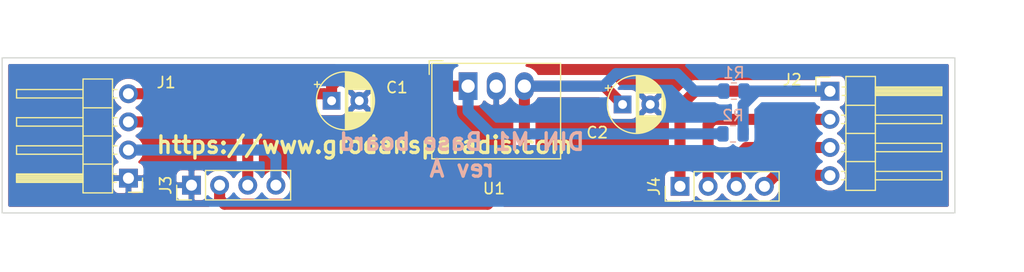
<source format=kicad_pcb>
(kicad_pcb (version 20171130) (host pcbnew 5.1.9+dfsg1-1)

  (general
    (thickness 1.6)
    (drawings 10)
    (tracks 45)
    (zones 0)
    (modules 9)
    (nets 10)
  )

  (page A4)
  (layers
    (0 F.Cu signal)
    (31 B.Cu signal)
    (32 B.Adhes user)
    (33 F.Adhes user)
    (34 B.Paste user)
    (35 F.Paste user)
    (36 B.SilkS user)
    (37 F.SilkS user)
    (38 B.Mask user)
    (39 F.Mask user)
    (40 Dwgs.User user)
    (41 Cmts.User user)
    (42 Eco1.User user)
    (43 Eco2.User user)
    (44 Edge.Cuts user)
    (45 Margin user)
    (46 B.CrtYd user)
    (47 F.CrtYd user)
    (48 B.Fab user)
    (49 F.Fab user)
  )

  (setup
    (last_trace_width 0.25)
    (user_trace_width 1)
    (trace_clearance 0.2)
    (zone_clearance 0.508)
    (zone_45_only no)
    (trace_min 0.2)
    (via_size 0.8)
    (via_drill 0.4)
    (via_min_size 0.4)
    (via_min_drill 0.3)
    (uvia_size 0.3)
    (uvia_drill 0.1)
    (uvias_allowed no)
    (uvia_min_size 0.2)
    (uvia_min_drill 0.1)
    (edge_width 0.1)
    (segment_width 0.2)
    (pcb_text_width 0.3)
    (pcb_text_size 1.5 1.5)
    (mod_edge_width 0.15)
    (mod_text_size 1 1)
    (mod_text_width 0.15)
    (pad_size 1.524 1.524)
    (pad_drill 0.762)
    (pad_to_mask_clearance 0)
    (aux_axis_origin 30 180)
    (visible_elements FFFFFF7F)
    (pcbplotparams
      (layerselection 0x010fc_ffffffff)
      (usegerberextensions false)
      (usegerberattributes true)
      (usegerberadvancedattributes true)
      (creategerberjobfile true)
      (excludeedgelayer true)
      (linewidth 0.100000)
      (plotframeref false)
      (viasonmask false)
      (mode 1)
      (useauxorigin false)
      (hpglpennumber 1)
      (hpglpenspeed 20)
      (hpglpendiameter 15.000000)
      (psnegative false)
      (psa4output false)
      (plotreference true)
      (plotvalue true)
      (plotinvisibletext false)
      (padsonsilk false)
      (subtractmaskfromsilk false)
      (outputformat 1)
      (mirror false)
      (drillshape 0)
      (scaleselection 1)
      (outputdirectory "gerbers/"))
  )

  (net 0 "")
  (net 1 GND)
  (net 2 /Vin)
  (net 3 /Vout)
  (net 4 "Net-(J1-Pad3)")
  (net 5 "Net-(J1-Pad2)")
  (net 6 /IO4)
  (net 7 /IO3)
  (net 8 /IO2)
  (net 9 /IO1)

  (net_class Default "This is the default net class."
    (clearance 0.2)
    (trace_width 0.25)
    (via_dia 0.8)
    (via_drill 0.4)
    (uvia_dia 0.3)
    (uvia_drill 0.1)
    (add_net /IO1)
    (add_net /IO2)
    (add_net /IO3)
    (add_net /IO4)
    (add_net /Vin)
    (add_net /Vout)
    (add_net GND)
    (add_net "Net-(J1-Pad2)")
    (add_net "Net-(J1-Pad3)")
  )

  (module Resistor_SMD:R_0805_2012Metric (layer B.Cu) (tedit 5F68FEEE) (tstamp 60A6748F)
    (at 95.9739 172.8597 180)
    (descr "Resistor SMD 0805 (2012 Metric), square (rectangular) end terminal, IPC_7351 nominal, (Body size source: IPC-SM-782 page 72, https://www.pcb-3d.com/wordpress/wp-content/uploads/ipc-sm-782a_amendment_1_and_2.pdf), generated with kicad-footprint-generator")
    (tags resistor)
    (path /60A78D1A)
    (attr smd)
    (fp_text reference R2 (at 0 1.65) (layer B.SilkS)
      (effects (font (size 1 1) (thickness 0.15)) (justify mirror))
    )
    (fp_text value 0R (at 0 -1.65) (layer B.Fab)
      (effects (font (size 1 1) (thickness 0.15)) (justify mirror))
    )
    (fp_line (start 1.68 -0.95) (end -1.68 -0.95) (layer B.CrtYd) (width 0.05))
    (fp_line (start 1.68 0.95) (end 1.68 -0.95) (layer B.CrtYd) (width 0.05))
    (fp_line (start -1.68 0.95) (end 1.68 0.95) (layer B.CrtYd) (width 0.05))
    (fp_line (start -1.68 -0.95) (end -1.68 0.95) (layer B.CrtYd) (width 0.05))
    (fp_line (start -0.227064 -0.735) (end 0.227064 -0.735) (layer B.SilkS) (width 0.12))
    (fp_line (start -0.227064 0.735) (end 0.227064 0.735) (layer B.SilkS) (width 0.12))
    (fp_line (start 1 -0.625) (end -1 -0.625) (layer B.Fab) (width 0.1))
    (fp_line (start 1 0.625) (end 1 -0.625) (layer B.Fab) (width 0.1))
    (fp_line (start -1 0.625) (end 1 0.625) (layer B.Fab) (width 0.1))
    (fp_line (start -1 -0.625) (end -1 0.625) (layer B.Fab) (width 0.1))
    (fp_text user %R (at 0 0) (layer B.Fab)
      (effects (font (size 0.5 0.5) (thickness 0.08)) (justify mirror))
    )
    (pad 2 smd roundrect (at 0.9125 0 180) (size 1.025 1.4) (layers B.Cu B.Paste B.Mask) (roundrect_rratio 0.2439014634146341)
      (net 2 /Vin))
    (pad 1 smd roundrect (at -0.9125 0 180) (size 1.025 1.4) (layers B.Cu B.Paste B.Mask) (roundrect_rratio 0.2439014634146341)
      (net 9 /IO1))
    (model ${KISYS3DMOD}/Resistor_SMD.3dshapes/R_0805_2012Metric.wrl
      (at (xyz 0 0 0))
      (scale (xyz 1 1 1))
      (rotate (xyz 0 0 0))
    )
  )

  (module Resistor_SMD:R_0805_2012Metric (layer B.Cu) (tedit 5F68FEEE) (tstamp 60A66939)
    (at 96.0501 168.9989 180)
    (descr "Resistor SMD 0805 (2012 Metric), square (rectangular) end terminal, IPC_7351 nominal, (Body size source: IPC-SM-782 page 72, https://www.pcb-3d.com/wordpress/wp-content/uploads/ipc-sm-782a_amendment_1_and_2.pdf), generated with kicad-footprint-generator")
    (tags resistor)
    (path /60A6F88C)
    (attr smd)
    (fp_text reference R1 (at 0 1.65) (layer B.SilkS)
      (effects (font (size 1 1) (thickness 0.15)) (justify mirror))
    )
    (fp_text value 0R (at 0 -1.65) (layer B.Fab)
      (effects (font (size 1 1) (thickness 0.15)) (justify mirror))
    )
    (fp_line (start -1 -0.625) (end -1 0.625) (layer B.Fab) (width 0.1))
    (fp_line (start -1 0.625) (end 1 0.625) (layer B.Fab) (width 0.1))
    (fp_line (start 1 0.625) (end 1 -0.625) (layer B.Fab) (width 0.1))
    (fp_line (start 1 -0.625) (end -1 -0.625) (layer B.Fab) (width 0.1))
    (fp_line (start -0.227064 0.735) (end 0.227064 0.735) (layer B.SilkS) (width 0.12))
    (fp_line (start -0.227064 -0.735) (end 0.227064 -0.735) (layer B.SilkS) (width 0.12))
    (fp_line (start -1.68 -0.95) (end -1.68 0.95) (layer B.CrtYd) (width 0.05))
    (fp_line (start -1.68 0.95) (end 1.68 0.95) (layer B.CrtYd) (width 0.05))
    (fp_line (start 1.68 0.95) (end 1.68 -0.95) (layer B.CrtYd) (width 0.05))
    (fp_line (start 1.68 -0.95) (end -1.68 -0.95) (layer B.CrtYd) (width 0.05))
    (fp_text user %R (at 0 0) (layer B.Fab)
      (effects (font (size 0.5 0.5) (thickness 0.08)) (justify mirror))
    )
    (pad 2 smd roundrect (at 0.9125 0 180) (size 1.025 1.4) (layers B.Cu B.Paste B.Mask) (roundrect_rratio 0.2439014634146341)
      (net 3 /Vout))
    (pad 1 smd roundrect (at -0.9125 0 180) (size 1.025 1.4) (layers B.Cu B.Paste B.Mask) (roundrect_rratio 0.2439014634146341)
      (net 9 /IO1))
    (model ${KISYS3DMOD}/Resistor_SMD.3dshapes/R_0805_2012Metric.wrl
      (at (xyz 0 0 0))
      (scale (xyz 1 1 1))
      (rotate (xyz 0 0 0))
    )
  )

  (module Converter_DCDC:Converter_DCDC_RECOM_R-78B-2.0_THT (layer F.Cu) (tedit 5B741BB0) (tstamp 60A61725)
    (at 72.0598 168.5544)
    (descr "DCDC-Converter, RECOM, RECOM_R-78B-2.0, SIP-3, pitch 2.54mm, package size 11.5x8.5x17.5mm^3, https://www.recom-power.com/pdf/Innoline/R-78Bxx-2.0.pdf")
    (tags "dc-dc recom buck sip-3 pitch 2.54mm")
    (path /60A57766)
    (fp_text reference U1 (at 2.3368 9.2456) (layer F.SilkS)
      (effects (font (size 1 1) (thickness 0.15)))
    )
    (fp_text value "R-78B3.3-1.0 (Recom)" (at 2.54 7.5) (layer F.Fab)
      (effects (font (size 1 1) (thickness 0.15)))
    )
    (fp_line (start -2.21 -2) (end 8.29 -2) (layer F.Fab) (width 0.1))
    (fp_line (start 8.29 -2) (end 8.29 6.5) (layer F.Fab) (width 0.1))
    (fp_line (start 8.29 6.5) (end -3.21 6.5) (layer F.Fab) (width 0.1))
    (fp_line (start -3.21 6.5) (end -3.21 -1) (layer F.Fab) (width 0.1))
    (fp_line (start -3.21 -1) (end -2.21 -2) (layer F.Fab) (width 0.1))
    (fp_line (start -3.27 -2.06) (end 8.35 -2.06) (layer F.SilkS) (width 0.12))
    (fp_line (start -3.27 6.56) (end 8.35 6.56) (layer F.SilkS) (width 0.12))
    (fp_line (start -3.27 -2.06) (end -3.27 6.56) (layer F.SilkS) (width 0.12))
    (fp_line (start 8.35 -2.06) (end 8.35 6.56) (layer F.SilkS) (width 0.12))
    (fp_line (start -3.51 -1.06) (end -3.51 -2.3) (layer F.SilkS) (width 0.12))
    (fp_line (start -3.51 -2.3) (end -2.27 -2.3) (layer F.SilkS) (width 0.12))
    (fp_line (start -3.46 -2.25) (end -3.46 6.75) (layer F.CrtYd) (width 0.05))
    (fp_line (start -3.46 6.75) (end 8.54 6.75) (layer F.CrtYd) (width 0.05))
    (fp_line (start 8.54 6.75) (end 8.54 -2.25) (layer F.CrtYd) (width 0.05))
    (fp_line (start 8.54 -2.25) (end -3.46 -2.25) (layer F.CrtYd) (width 0.05))
    (fp_text user %R (at 2.54 2.25) (layer F.Fab)
      (effects (font (size 1 1) (thickness 0.15)))
    )
    (pad 3 thru_hole oval (at 5.08 0) (size 1.7 2.5) (drill 1.2) (layers *.Cu *.Mask)
      (net 3 /Vout))
    (pad 2 thru_hole oval (at 2.54 0) (size 1.7 2.5) (drill 1.2) (layers *.Cu *.Mask)
      (net 1 GND))
    (pad 1 thru_hole rect (at 0 0) (size 1.7 2.5) (drill 1.2) (layers *.Cu *.Mask)
      (net 2 /Vin))
    (model ${KISYS3DMOD}/Converter_DCDC.3dshapes/Converter_DCDC_RECOM_R-78B-2.0_THT.wrl
      (at (xyz 0 0 0))
      (scale (xyz 1 1 1))
      (rotate (xyz 0 0 0))
    )
  )

  (module Connector_PinHeader_2.54mm:PinHeader_1x04_P2.54mm_Vertical (layer F.Cu) (tedit 59FED5CC) (tstamp 60A6170E)
    (at 91.186 177.5968 90)
    (descr "Through hole straight pin header, 1x04, 2.54mm pitch, single row")
    (tags "Through hole pin header THT 1x04 2.54mm single row")
    (path /60A63E06)
    (fp_text reference J4 (at 0 -2.33 90) (layer F.SilkS)
      (effects (font (size 1 1) (thickness 0.15)))
    )
    (fp_text value Conn_01x04 (at 2.8194 3.8608 180) (layer F.Fab)
      (effects (font (size 1 1) (thickness 0.15)))
    )
    (fp_line (start -0.635 -1.27) (end 1.27 -1.27) (layer F.Fab) (width 0.1))
    (fp_line (start 1.27 -1.27) (end 1.27 8.89) (layer F.Fab) (width 0.1))
    (fp_line (start 1.27 8.89) (end -1.27 8.89) (layer F.Fab) (width 0.1))
    (fp_line (start -1.27 8.89) (end -1.27 -0.635) (layer F.Fab) (width 0.1))
    (fp_line (start -1.27 -0.635) (end -0.635 -1.27) (layer F.Fab) (width 0.1))
    (fp_line (start -1.33 8.95) (end 1.33 8.95) (layer F.SilkS) (width 0.12))
    (fp_line (start -1.33 1.27) (end -1.33 8.95) (layer F.SilkS) (width 0.12))
    (fp_line (start 1.33 1.27) (end 1.33 8.95) (layer F.SilkS) (width 0.12))
    (fp_line (start -1.33 1.27) (end 1.33 1.27) (layer F.SilkS) (width 0.12))
    (fp_line (start -1.33 0) (end -1.33 -1.33) (layer F.SilkS) (width 0.12))
    (fp_line (start -1.33 -1.33) (end 0 -1.33) (layer F.SilkS) (width 0.12))
    (fp_line (start -1.8 -1.8) (end -1.8 9.4) (layer F.CrtYd) (width 0.05))
    (fp_line (start -1.8 9.4) (end 1.8 9.4) (layer F.CrtYd) (width 0.05))
    (fp_line (start 1.8 9.4) (end 1.8 -1.8) (layer F.CrtYd) (width 0.05))
    (fp_line (start 1.8 -1.8) (end -1.8 -1.8) (layer F.CrtYd) (width 0.05))
    (fp_text user %R (at 0 3.81) (layer F.Fab)
      (effects (font (size 1 1) (thickness 0.15)))
    )
    (pad 4 thru_hole oval (at 0 7.62 90) (size 1.7 1.7) (drill 1) (layers *.Cu *.Mask)
      (net 6 /IO4))
    (pad 3 thru_hole oval (at 0 5.08 90) (size 1.7 1.7) (drill 1) (layers *.Cu *.Mask)
      (net 7 /IO3))
    (pad 2 thru_hole oval (at 0 2.54 90) (size 1.7 1.7) (drill 1) (layers *.Cu *.Mask)
      (net 8 /IO2))
    (pad 1 thru_hole rect (at 0 0 90) (size 1.7 1.7) (drill 1) (layers *.Cu *.Mask)
      (net 9 /IO1))
    (model ${KISYS3DMOD}/Connector_PinHeader_2.54mm.3dshapes/PinHeader_1x04_P2.54mm_Vertical.wrl
      (at (xyz 0 0 0))
      (scale (xyz 1 1 1))
      (rotate (xyz 0 0 0))
    )
  )

  (module Connector_PinHeader_2.54mm:PinHeader_1x04_P2.54mm_Vertical (layer F.Cu) (tedit 59FED5CC) (tstamp 60A616F6)
    (at 47.0916 177.4952 90)
    (descr "Through hole straight pin header, 1x04, 2.54mm pitch, single row")
    (tags "Through hole pin header THT 1x04 2.54mm single row")
    (path /60A63AD5)
    (fp_text reference J3 (at 0 -2.33 90) (layer F.SilkS)
      (effects (font (size 1 1) (thickness 0.15)))
    )
    (fp_text value Conn_01x04 (at 2.921 3.8608 180) (layer F.Fab)
      (effects (font (size 1 1) (thickness 0.15)))
    )
    (fp_line (start -0.635 -1.27) (end 1.27 -1.27) (layer F.Fab) (width 0.1))
    (fp_line (start 1.27 -1.27) (end 1.27 8.89) (layer F.Fab) (width 0.1))
    (fp_line (start 1.27 8.89) (end -1.27 8.89) (layer F.Fab) (width 0.1))
    (fp_line (start -1.27 8.89) (end -1.27 -0.635) (layer F.Fab) (width 0.1))
    (fp_line (start -1.27 -0.635) (end -0.635 -1.27) (layer F.Fab) (width 0.1))
    (fp_line (start -1.33 8.95) (end 1.33 8.95) (layer F.SilkS) (width 0.12))
    (fp_line (start -1.33 1.27) (end -1.33 8.95) (layer F.SilkS) (width 0.12))
    (fp_line (start 1.33 1.27) (end 1.33 8.95) (layer F.SilkS) (width 0.12))
    (fp_line (start -1.33 1.27) (end 1.33 1.27) (layer F.SilkS) (width 0.12))
    (fp_line (start -1.33 0) (end -1.33 -1.33) (layer F.SilkS) (width 0.12))
    (fp_line (start -1.33 -1.33) (end 0 -1.33) (layer F.SilkS) (width 0.12))
    (fp_line (start -1.8 -1.8) (end -1.8 9.4) (layer F.CrtYd) (width 0.05))
    (fp_line (start -1.8 9.4) (end 1.8 9.4) (layer F.CrtYd) (width 0.05))
    (fp_line (start 1.8 9.4) (end 1.8 -1.8) (layer F.CrtYd) (width 0.05))
    (fp_line (start 1.8 -1.8) (end -1.8 -1.8) (layer F.CrtYd) (width 0.05))
    (fp_text user %R (at 0 3.81) (layer F.Fab)
      (effects (font (size 1 1) (thickness 0.15)))
    )
    (pad 4 thru_hole oval (at 0 7.62 90) (size 1.7 1.7) (drill 1) (layers *.Cu *.Mask)
      (net 5 "Net-(J1-Pad2)"))
    (pad 3 thru_hole oval (at 0 5.08 90) (size 1.7 1.7) (drill 1) (layers *.Cu *.Mask)
      (net 4 "Net-(J1-Pad3)"))
    (pad 2 thru_hole oval (at 0 2.54 90) (size 1.7 1.7) (drill 1) (layers *.Cu *.Mask)
      (net 3 /Vout))
    (pad 1 thru_hole rect (at 0 0 90) (size 1.7 1.7) (drill 1) (layers *.Cu *.Mask)
      (net 1 GND))
    (model ${KISYS3DMOD}/Connector_PinHeader_2.54mm.3dshapes/PinHeader_1x04_P2.54mm_Vertical.wrl
      (at (xyz 0 0 0))
      (scale (xyz 1 1 1))
      (rotate (xyz 0 0 0))
    )
  )

  (module Connector_PinHeader_2.54mm:PinHeader_1x04_P2.54mm_Horizontal (layer F.Cu) (tedit 59FED5CB) (tstamp 60A62C5E)
    (at 104.7242 169.0116)
    (descr "Through hole angled pin header, 1x04, 2.54mm pitch, 6mm pin length, single row")
    (tags "Through hole angled pin header THT 1x04 2.54mm single row")
    (path /60A6208D)
    (fp_text reference J2 (at -3.4036 -1.0414) (layer F.SilkS)
      (effects (font (size 1 1) (thickness 0.15)))
    )
    (fp_text value Conn_01x04 (at -6.6802 0.7112 180) (layer F.Fab)
      (effects (font (size 1 1) (thickness 0.15)))
    )
    (fp_line (start 2.135 -1.27) (end 4.04 -1.27) (layer F.Fab) (width 0.1))
    (fp_line (start 4.04 -1.27) (end 4.04 8.89) (layer F.Fab) (width 0.1))
    (fp_line (start 4.04 8.89) (end 1.5 8.89) (layer F.Fab) (width 0.1))
    (fp_line (start 1.5 8.89) (end 1.5 -0.635) (layer F.Fab) (width 0.1))
    (fp_line (start 1.5 -0.635) (end 2.135 -1.27) (layer F.Fab) (width 0.1))
    (fp_line (start -0.32 -0.32) (end 1.5 -0.32) (layer F.Fab) (width 0.1))
    (fp_line (start -0.32 -0.32) (end -0.32 0.32) (layer F.Fab) (width 0.1))
    (fp_line (start -0.32 0.32) (end 1.5 0.32) (layer F.Fab) (width 0.1))
    (fp_line (start 4.04 -0.32) (end 10.04 -0.32) (layer F.Fab) (width 0.1))
    (fp_line (start 10.04 -0.32) (end 10.04 0.32) (layer F.Fab) (width 0.1))
    (fp_line (start 4.04 0.32) (end 10.04 0.32) (layer F.Fab) (width 0.1))
    (fp_line (start -0.32 2.22) (end 1.5 2.22) (layer F.Fab) (width 0.1))
    (fp_line (start -0.32 2.22) (end -0.32 2.86) (layer F.Fab) (width 0.1))
    (fp_line (start -0.32 2.86) (end 1.5 2.86) (layer F.Fab) (width 0.1))
    (fp_line (start 4.04 2.22) (end 10.04 2.22) (layer F.Fab) (width 0.1))
    (fp_line (start 10.04 2.22) (end 10.04 2.86) (layer F.Fab) (width 0.1))
    (fp_line (start 4.04 2.86) (end 10.04 2.86) (layer F.Fab) (width 0.1))
    (fp_line (start -0.32 4.76) (end 1.5 4.76) (layer F.Fab) (width 0.1))
    (fp_line (start -0.32 4.76) (end -0.32 5.4) (layer F.Fab) (width 0.1))
    (fp_line (start -0.32 5.4) (end 1.5 5.4) (layer F.Fab) (width 0.1))
    (fp_line (start 4.04 4.76) (end 10.04 4.76) (layer F.Fab) (width 0.1))
    (fp_line (start 10.04 4.76) (end 10.04 5.4) (layer F.Fab) (width 0.1))
    (fp_line (start 4.04 5.4) (end 10.04 5.4) (layer F.Fab) (width 0.1))
    (fp_line (start -0.32 7.3) (end 1.5 7.3) (layer F.Fab) (width 0.1))
    (fp_line (start -0.32 7.3) (end -0.32 7.94) (layer F.Fab) (width 0.1))
    (fp_line (start -0.32 7.94) (end 1.5 7.94) (layer F.Fab) (width 0.1))
    (fp_line (start 4.04 7.3) (end 10.04 7.3) (layer F.Fab) (width 0.1))
    (fp_line (start 10.04 7.3) (end 10.04 7.94) (layer F.Fab) (width 0.1))
    (fp_line (start 4.04 7.94) (end 10.04 7.94) (layer F.Fab) (width 0.1))
    (fp_line (start 1.44 -1.33) (end 1.44 8.95) (layer F.SilkS) (width 0.12))
    (fp_line (start 1.44 8.95) (end 4.1 8.95) (layer F.SilkS) (width 0.12))
    (fp_line (start 4.1 8.95) (end 4.1 -1.33) (layer F.SilkS) (width 0.12))
    (fp_line (start 4.1 -1.33) (end 1.44 -1.33) (layer F.SilkS) (width 0.12))
    (fp_line (start 4.1 -0.38) (end 10.1 -0.38) (layer F.SilkS) (width 0.12))
    (fp_line (start 10.1 -0.38) (end 10.1 0.38) (layer F.SilkS) (width 0.12))
    (fp_line (start 10.1 0.38) (end 4.1 0.38) (layer F.SilkS) (width 0.12))
    (fp_line (start 4.1 -0.32) (end 10.1 -0.32) (layer F.SilkS) (width 0.12))
    (fp_line (start 4.1 -0.2) (end 10.1 -0.2) (layer F.SilkS) (width 0.12))
    (fp_line (start 4.1 -0.08) (end 10.1 -0.08) (layer F.SilkS) (width 0.12))
    (fp_line (start 4.1 0.04) (end 10.1 0.04) (layer F.SilkS) (width 0.12))
    (fp_line (start 4.1 0.16) (end 10.1 0.16) (layer F.SilkS) (width 0.12))
    (fp_line (start 4.1 0.28) (end 10.1 0.28) (layer F.SilkS) (width 0.12))
    (fp_line (start 1.11 -0.38) (end 1.44 -0.38) (layer F.SilkS) (width 0.12))
    (fp_line (start 1.11 0.38) (end 1.44 0.38) (layer F.SilkS) (width 0.12))
    (fp_line (start 1.44 1.27) (end 4.1 1.27) (layer F.SilkS) (width 0.12))
    (fp_line (start 4.1 2.16) (end 10.1 2.16) (layer F.SilkS) (width 0.12))
    (fp_line (start 10.1 2.16) (end 10.1 2.92) (layer F.SilkS) (width 0.12))
    (fp_line (start 10.1 2.92) (end 4.1 2.92) (layer F.SilkS) (width 0.12))
    (fp_line (start 1.042929 2.16) (end 1.44 2.16) (layer F.SilkS) (width 0.12))
    (fp_line (start 1.042929 2.92) (end 1.44 2.92) (layer F.SilkS) (width 0.12))
    (fp_line (start 1.44 3.81) (end 4.1 3.81) (layer F.SilkS) (width 0.12))
    (fp_line (start 4.1 4.7) (end 10.1 4.7) (layer F.SilkS) (width 0.12))
    (fp_line (start 10.1 4.7) (end 10.1 5.46) (layer F.SilkS) (width 0.12))
    (fp_line (start 10.1 5.46) (end 4.1 5.46) (layer F.SilkS) (width 0.12))
    (fp_line (start 1.042929 4.7) (end 1.44 4.7) (layer F.SilkS) (width 0.12))
    (fp_line (start 1.042929 5.46) (end 1.44 5.46) (layer F.SilkS) (width 0.12))
    (fp_line (start 1.44 6.35) (end 4.1 6.35) (layer F.SilkS) (width 0.12))
    (fp_line (start 4.1 7.24) (end 10.1 7.24) (layer F.SilkS) (width 0.12))
    (fp_line (start 10.1 7.24) (end 10.1 8) (layer F.SilkS) (width 0.12))
    (fp_line (start 10.1 8) (end 4.1 8) (layer F.SilkS) (width 0.12))
    (fp_line (start 1.042929 7.24) (end 1.44 7.24) (layer F.SilkS) (width 0.12))
    (fp_line (start 1.042929 8) (end 1.44 8) (layer F.SilkS) (width 0.12))
    (fp_line (start -1.27 0) (end -1.27 -1.27) (layer F.SilkS) (width 0.12))
    (fp_line (start -1.27 -1.27) (end 0 -1.27) (layer F.SilkS) (width 0.12))
    (fp_line (start -1.8 -1.8) (end -1.8 9.4) (layer F.CrtYd) (width 0.05))
    (fp_line (start -1.8 9.4) (end 10.55 9.4) (layer F.CrtYd) (width 0.05))
    (fp_line (start 10.55 9.4) (end 10.55 -1.8) (layer F.CrtYd) (width 0.05))
    (fp_line (start 10.55 -1.8) (end -1.8 -1.8) (layer F.CrtYd) (width 0.05))
    (fp_text user %R (at 2.77 3.81 90) (layer F.Fab)
      (effects (font (size 1 1) (thickness 0.15)))
    )
    (pad 4 thru_hole oval (at 0 7.62) (size 1.7 1.7) (drill 1) (layers *.Cu *.Mask)
      (net 6 /IO4))
    (pad 3 thru_hole oval (at 0 5.08) (size 1.7 1.7) (drill 1) (layers *.Cu *.Mask)
      (net 7 /IO3))
    (pad 2 thru_hole oval (at 0 2.54) (size 1.7 1.7) (drill 1) (layers *.Cu *.Mask)
      (net 8 /IO2))
    (pad 1 thru_hole rect (at 0 0) (size 1.7 1.7) (drill 1) (layers *.Cu *.Mask)
      (net 9 /IO1))
    (model ${KISYS3DMOD}/Connector_PinHeader_2.54mm.3dshapes/PinHeader_1x04_P2.54mm_Horizontal.wrl
      (at (xyz 0 0 0))
      (scale (xyz 1 1 1))
      (rotate (xyz 0 0 0))
    )
  )

  (module Connector_PinHeader_2.54mm:PinHeader_1x04_P2.54mm_Horizontal (layer F.Cu) (tedit 59FED5CB) (tstamp 60A61BB1)
    (at 41.402 176.8602 180)
    (descr "Through hole angled pin header, 1x04, 2.54mm pitch, 6mm pin length, single row")
    (tags "Through hole angled pin header THT 1x04 2.54mm single row")
    (path /60A60C94)
    (fp_text reference J1 (at -3.4036 8.636) (layer F.SilkS)
      (effects (font (size 1 1) (thickness 0.15)))
    )
    (fp_text value Conn_01x04 (at -6.8072 6.8072) (layer F.Fab)
      (effects (font (size 1 1) (thickness 0.15)))
    )
    (fp_line (start 2.135 -1.27) (end 4.04 -1.27) (layer F.Fab) (width 0.1))
    (fp_line (start 4.04 -1.27) (end 4.04 8.89) (layer F.Fab) (width 0.1))
    (fp_line (start 4.04 8.89) (end 1.5 8.89) (layer F.Fab) (width 0.1))
    (fp_line (start 1.5 8.89) (end 1.5 -0.635) (layer F.Fab) (width 0.1))
    (fp_line (start 1.5 -0.635) (end 2.135 -1.27) (layer F.Fab) (width 0.1))
    (fp_line (start -0.32 -0.32) (end 1.5 -0.32) (layer F.Fab) (width 0.1))
    (fp_line (start -0.32 -0.32) (end -0.32 0.32) (layer F.Fab) (width 0.1))
    (fp_line (start -0.32 0.32) (end 1.5 0.32) (layer F.Fab) (width 0.1))
    (fp_line (start 4.04 -0.32) (end 10.04 -0.32) (layer F.Fab) (width 0.1))
    (fp_line (start 10.04 -0.32) (end 10.04 0.32) (layer F.Fab) (width 0.1))
    (fp_line (start 4.04 0.32) (end 10.04 0.32) (layer F.Fab) (width 0.1))
    (fp_line (start -0.32 2.22) (end 1.5 2.22) (layer F.Fab) (width 0.1))
    (fp_line (start -0.32 2.22) (end -0.32 2.86) (layer F.Fab) (width 0.1))
    (fp_line (start -0.32 2.86) (end 1.5 2.86) (layer F.Fab) (width 0.1))
    (fp_line (start 4.04 2.22) (end 10.04 2.22) (layer F.Fab) (width 0.1))
    (fp_line (start 10.04 2.22) (end 10.04 2.86) (layer F.Fab) (width 0.1))
    (fp_line (start 4.04 2.86) (end 10.04 2.86) (layer F.Fab) (width 0.1))
    (fp_line (start -0.32 4.76) (end 1.5 4.76) (layer F.Fab) (width 0.1))
    (fp_line (start -0.32 4.76) (end -0.32 5.4) (layer F.Fab) (width 0.1))
    (fp_line (start -0.32 5.4) (end 1.5 5.4) (layer F.Fab) (width 0.1))
    (fp_line (start 4.04 4.76) (end 10.04 4.76) (layer F.Fab) (width 0.1))
    (fp_line (start 10.04 4.76) (end 10.04 5.4) (layer F.Fab) (width 0.1))
    (fp_line (start 4.04 5.4) (end 10.04 5.4) (layer F.Fab) (width 0.1))
    (fp_line (start -0.32 7.3) (end 1.5 7.3) (layer F.Fab) (width 0.1))
    (fp_line (start -0.32 7.3) (end -0.32 7.94) (layer F.Fab) (width 0.1))
    (fp_line (start -0.32 7.94) (end 1.5 7.94) (layer F.Fab) (width 0.1))
    (fp_line (start 4.04 7.3) (end 10.04 7.3) (layer F.Fab) (width 0.1))
    (fp_line (start 10.04 7.3) (end 10.04 7.94) (layer F.Fab) (width 0.1))
    (fp_line (start 4.04 7.94) (end 10.04 7.94) (layer F.Fab) (width 0.1))
    (fp_line (start 1.44 -1.33) (end 1.44 8.95) (layer F.SilkS) (width 0.12))
    (fp_line (start 1.44 8.95) (end 4.1 8.95) (layer F.SilkS) (width 0.12))
    (fp_line (start 4.1 8.95) (end 4.1 -1.33) (layer F.SilkS) (width 0.12))
    (fp_line (start 4.1 -1.33) (end 1.44 -1.33) (layer F.SilkS) (width 0.12))
    (fp_line (start 4.1 -0.38) (end 10.1 -0.38) (layer F.SilkS) (width 0.12))
    (fp_line (start 10.1 -0.38) (end 10.1 0.38) (layer F.SilkS) (width 0.12))
    (fp_line (start 10.1 0.38) (end 4.1 0.38) (layer F.SilkS) (width 0.12))
    (fp_line (start 4.1 -0.32) (end 10.1 -0.32) (layer F.SilkS) (width 0.12))
    (fp_line (start 4.1 -0.2) (end 10.1 -0.2) (layer F.SilkS) (width 0.12))
    (fp_line (start 4.1 -0.08) (end 10.1 -0.08) (layer F.SilkS) (width 0.12))
    (fp_line (start 4.1 0.04) (end 10.1 0.04) (layer F.SilkS) (width 0.12))
    (fp_line (start 4.1 0.16) (end 10.1 0.16) (layer F.SilkS) (width 0.12))
    (fp_line (start 4.1 0.28) (end 10.1 0.28) (layer F.SilkS) (width 0.12))
    (fp_line (start 1.11 -0.38) (end 1.44 -0.38) (layer F.SilkS) (width 0.12))
    (fp_line (start 1.11 0.38) (end 1.44 0.38) (layer F.SilkS) (width 0.12))
    (fp_line (start 1.44 1.27) (end 4.1 1.27) (layer F.SilkS) (width 0.12))
    (fp_line (start 4.1 2.16) (end 10.1 2.16) (layer F.SilkS) (width 0.12))
    (fp_line (start 10.1 2.16) (end 10.1 2.92) (layer F.SilkS) (width 0.12))
    (fp_line (start 10.1 2.92) (end 4.1 2.92) (layer F.SilkS) (width 0.12))
    (fp_line (start 1.042929 2.16) (end 1.44 2.16) (layer F.SilkS) (width 0.12))
    (fp_line (start 1.042929 2.92) (end 1.44 2.92) (layer F.SilkS) (width 0.12))
    (fp_line (start 1.44 3.81) (end 4.1 3.81) (layer F.SilkS) (width 0.12))
    (fp_line (start 4.1 4.7) (end 10.1 4.7) (layer F.SilkS) (width 0.12))
    (fp_line (start 10.1 4.7) (end 10.1 5.46) (layer F.SilkS) (width 0.12))
    (fp_line (start 10.1 5.46) (end 4.1 5.46) (layer F.SilkS) (width 0.12))
    (fp_line (start 1.042929 4.7) (end 1.44 4.7) (layer F.SilkS) (width 0.12))
    (fp_line (start 1.042929 5.46) (end 1.44 5.46) (layer F.SilkS) (width 0.12))
    (fp_line (start 1.44 6.35) (end 4.1 6.35) (layer F.SilkS) (width 0.12))
    (fp_line (start 4.1 7.24) (end 10.1 7.24) (layer F.SilkS) (width 0.12))
    (fp_line (start 10.1 7.24) (end 10.1 8) (layer F.SilkS) (width 0.12))
    (fp_line (start 10.1 8) (end 4.1 8) (layer F.SilkS) (width 0.12))
    (fp_line (start 1.042929 7.24) (end 1.44 7.24) (layer F.SilkS) (width 0.12))
    (fp_line (start 1.042929 8) (end 1.44 8) (layer F.SilkS) (width 0.12))
    (fp_line (start -1.27 0) (end -1.27 -1.27) (layer F.SilkS) (width 0.12))
    (fp_line (start -1.27 -1.27) (end 0 -1.27) (layer F.SilkS) (width 0.12))
    (fp_line (start -1.8 -1.8) (end -1.8 9.4) (layer F.CrtYd) (width 0.05))
    (fp_line (start -1.8 9.4) (end 10.55 9.4) (layer F.CrtYd) (width 0.05))
    (fp_line (start 10.55 9.4) (end 10.55 -1.8) (layer F.CrtYd) (width 0.05))
    (fp_line (start 10.55 -1.8) (end -1.8 -1.8) (layer F.CrtYd) (width 0.05))
    (fp_text user %R (at 2.77 3.81 90) (layer F.Fab)
      (effects (font (size 1 1) (thickness 0.15)))
    )
    (pad 4 thru_hole oval (at 0 7.62 180) (size 1.7 1.7) (drill 1) (layers *.Cu *.Mask)
      (net 2 /Vin))
    (pad 3 thru_hole oval (at 0 5.08 180) (size 1.7 1.7) (drill 1) (layers *.Cu *.Mask)
      (net 4 "Net-(J1-Pad3)"))
    (pad 2 thru_hole oval (at 0 2.54 180) (size 1.7 1.7) (drill 1) (layers *.Cu *.Mask)
      (net 5 "Net-(J1-Pad2)"))
    (pad 1 thru_hole rect (at 0 0 180) (size 1.7 1.7) (drill 1) (layers *.Cu *.Mask)
      (net 1 GND))
    (model ${KISYS3DMOD}/Connector_PinHeader_2.54mm.3dshapes/PinHeader_1x04_P2.54mm_Horizontal.wrl
      (at (xyz 0 0 0))
      (scale (xyz 1 1 1))
      (rotate (xyz 0 0 0))
    )
  )

  (module Capacitor_THT:CP_Radial_D5.0mm_P2.50mm (layer F.Cu) (tedit 5AE50EF0) (tstamp 60A61644)
    (at 86.0044 170.2054)
    (descr "CP, Radial series, Radial, pin pitch=2.50mm, , diameter=5mm, Electrolytic Capacitor")
    (tags "CP Radial series Radial pin pitch 2.50mm  diameter 5mm Electrolytic Capacitor")
    (path /60A5B55F)
    (fp_text reference C2 (at -2.286 2.54) (layer F.SilkS)
      (effects (font (size 1 1) (thickness 0.15)))
    )
    (fp_text value 1uF (at 1.25 3.75) (layer F.Fab)
      (effects (font (size 1 1) (thickness 0.15)))
    )
    (fp_circle (center 1.25 0) (end 3.75 0) (layer F.Fab) (width 0.1))
    (fp_circle (center 1.25 0) (end 3.87 0) (layer F.SilkS) (width 0.12))
    (fp_circle (center 1.25 0) (end 4 0) (layer F.CrtYd) (width 0.05))
    (fp_line (start -0.883605 -1.0875) (end -0.383605 -1.0875) (layer F.Fab) (width 0.1))
    (fp_line (start -0.633605 -1.3375) (end -0.633605 -0.8375) (layer F.Fab) (width 0.1))
    (fp_line (start 1.25 -2.58) (end 1.25 2.58) (layer F.SilkS) (width 0.12))
    (fp_line (start 1.29 -2.58) (end 1.29 2.58) (layer F.SilkS) (width 0.12))
    (fp_line (start 1.33 -2.579) (end 1.33 2.579) (layer F.SilkS) (width 0.12))
    (fp_line (start 1.37 -2.578) (end 1.37 2.578) (layer F.SilkS) (width 0.12))
    (fp_line (start 1.41 -2.576) (end 1.41 2.576) (layer F.SilkS) (width 0.12))
    (fp_line (start 1.45 -2.573) (end 1.45 2.573) (layer F.SilkS) (width 0.12))
    (fp_line (start 1.49 -2.569) (end 1.49 -1.04) (layer F.SilkS) (width 0.12))
    (fp_line (start 1.49 1.04) (end 1.49 2.569) (layer F.SilkS) (width 0.12))
    (fp_line (start 1.53 -2.565) (end 1.53 -1.04) (layer F.SilkS) (width 0.12))
    (fp_line (start 1.53 1.04) (end 1.53 2.565) (layer F.SilkS) (width 0.12))
    (fp_line (start 1.57 -2.561) (end 1.57 -1.04) (layer F.SilkS) (width 0.12))
    (fp_line (start 1.57 1.04) (end 1.57 2.561) (layer F.SilkS) (width 0.12))
    (fp_line (start 1.61 -2.556) (end 1.61 -1.04) (layer F.SilkS) (width 0.12))
    (fp_line (start 1.61 1.04) (end 1.61 2.556) (layer F.SilkS) (width 0.12))
    (fp_line (start 1.65 -2.55) (end 1.65 -1.04) (layer F.SilkS) (width 0.12))
    (fp_line (start 1.65 1.04) (end 1.65 2.55) (layer F.SilkS) (width 0.12))
    (fp_line (start 1.69 -2.543) (end 1.69 -1.04) (layer F.SilkS) (width 0.12))
    (fp_line (start 1.69 1.04) (end 1.69 2.543) (layer F.SilkS) (width 0.12))
    (fp_line (start 1.73 -2.536) (end 1.73 -1.04) (layer F.SilkS) (width 0.12))
    (fp_line (start 1.73 1.04) (end 1.73 2.536) (layer F.SilkS) (width 0.12))
    (fp_line (start 1.77 -2.528) (end 1.77 -1.04) (layer F.SilkS) (width 0.12))
    (fp_line (start 1.77 1.04) (end 1.77 2.528) (layer F.SilkS) (width 0.12))
    (fp_line (start 1.81 -2.52) (end 1.81 -1.04) (layer F.SilkS) (width 0.12))
    (fp_line (start 1.81 1.04) (end 1.81 2.52) (layer F.SilkS) (width 0.12))
    (fp_line (start 1.85 -2.511) (end 1.85 -1.04) (layer F.SilkS) (width 0.12))
    (fp_line (start 1.85 1.04) (end 1.85 2.511) (layer F.SilkS) (width 0.12))
    (fp_line (start 1.89 -2.501) (end 1.89 -1.04) (layer F.SilkS) (width 0.12))
    (fp_line (start 1.89 1.04) (end 1.89 2.501) (layer F.SilkS) (width 0.12))
    (fp_line (start 1.93 -2.491) (end 1.93 -1.04) (layer F.SilkS) (width 0.12))
    (fp_line (start 1.93 1.04) (end 1.93 2.491) (layer F.SilkS) (width 0.12))
    (fp_line (start 1.971 -2.48) (end 1.971 -1.04) (layer F.SilkS) (width 0.12))
    (fp_line (start 1.971 1.04) (end 1.971 2.48) (layer F.SilkS) (width 0.12))
    (fp_line (start 2.011 -2.468) (end 2.011 -1.04) (layer F.SilkS) (width 0.12))
    (fp_line (start 2.011 1.04) (end 2.011 2.468) (layer F.SilkS) (width 0.12))
    (fp_line (start 2.051 -2.455) (end 2.051 -1.04) (layer F.SilkS) (width 0.12))
    (fp_line (start 2.051 1.04) (end 2.051 2.455) (layer F.SilkS) (width 0.12))
    (fp_line (start 2.091 -2.442) (end 2.091 -1.04) (layer F.SilkS) (width 0.12))
    (fp_line (start 2.091 1.04) (end 2.091 2.442) (layer F.SilkS) (width 0.12))
    (fp_line (start 2.131 -2.428) (end 2.131 -1.04) (layer F.SilkS) (width 0.12))
    (fp_line (start 2.131 1.04) (end 2.131 2.428) (layer F.SilkS) (width 0.12))
    (fp_line (start 2.171 -2.414) (end 2.171 -1.04) (layer F.SilkS) (width 0.12))
    (fp_line (start 2.171 1.04) (end 2.171 2.414) (layer F.SilkS) (width 0.12))
    (fp_line (start 2.211 -2.398) (end 2.211 -1.04) (layer F.SilkS) (width 0.12))
    (fp_line (start 2.211 1.04) (end 2.211 2.398) (layer F.SilkS) (width 0.12))
    (fp_line (start 2.251 -2.382) (end 2.251 -1.04) (layer F.SilkS) (width 0.12))
    (fp_line (start 2.251 1.04) (end 2.251 2.382) (layer F.SilkS) (width 0.12))
    (fp_line (start 2.291 -2.365) (end 2.291 -1.04) (layer F.SilkS) (width 0.12))
    (fp_line (start 2.291 1.04) (end 2.291 2.365) (layer F.SilkS) (width 0.12))
    (fp_line (start 2.331 -2.348) (end 2.331 -1.04) (layer F.SilkS) (width 0.12))
    (fp_line (start 2.331 1.04) (end 2.331 2.348) (layer F.SilkS) (width 0.12))
    (fp_line (start 2.371 -2.329) (end 2.371 -1.04) (layer F.SilkS) (width 0.12))
    (fp_line (start 2.371 1.04) (end 2.371 2.329) (layer F.SilkS) (width 0.12))
    (fp_line (start 2.411 -2.31) (end 2.411 -1.04) (layer F.SilkS) (width 0.12))
    (fp_line (start 2.411 1.04) (end 2.411 2.31) (layer F.SilkS) (width 0.12))
    (fp_line (start 2.451 -2.29) (end 2.451 -1.04) (layer F.SilkS) (width 0.12))
    (fp_line (start 2.451 1.04) (end 2.451 2.29) (layer F.SilkS) (width 0.12))
    (fp_line (start 2.491 -2.268) (end 2.491 -1.04) (layer F.SilkS) (width 0.12))
    (fp_line (start 2.491 1.04) (end 2.491 2.268) (layer F.SilkS) (width 0.12))
    (fp_line (start 2.531 -2.247) (end 2.531 -1.04) (layer F.SilkS) (width 0.12))
    (fp_line (start 2.531 1.04) (end 2.531 2.247) (layer F.SilkS) (width 0.12))
    (fp_line (start 2.571 -2.224) (end 2.571 -1.04) (layer F.SilkS) (width 0.12))
    (fp_line (start 2.571 1.04) (end 2.571 2.224) (layer F.SilkS) (width 0.12))
    (fp_line (start 2.611 -2.2) (end 2.611 -1.04) (layer F.SilkS) (width 0.12))
    (fp_line (start 2.611 1.04) (end 2.611 2.2) (layer F.SilkS) (width 0.12))
    (fp_line (start 2.651 -2.175) (end 2.651 -1.04) (layer F.SilkS) (width 0.12))
    (fp_line (start 2.651 1.04) (end 2.651 2.175) (layer F.SilkS) (width 0.12))
    (fp_line (start 2.691 -2.149) (end 2.691 -1.04) (layer F.SilkS) (width 0.12))
    (fp_line (start 2.691 1.04) (end 2.691 2.149) (layer F.SilkS) (width 0.12))
    (fp_line (start 2.731 -2.122) (end 2.731 -1.04) (layer F.SilkS) (width 0.12))
    (fp_line (start 2.731 1.04) (end 2.731 2.122) (layer F.SilkS) (width 0.12))
    (fp_line (start 2.771 -2.095) (end 2.771 -1.04) (layer F.SilkS) (width 0.12))
    (fp_line (start 2.771 1.04) (end 2.771 2.095) (layer F.SilkS) (width 0.12))
    (fp_line (start 2.811 -2.065) (end 2.811 -1.04) (layer F.SilkS) (width 0.12))
    (fp_line (start 2.811 1.04) (end 2.811 2.065) (layer F.SilkS) (width 0.12))
    (fp_line (start 2.851 -2.035) (end 2.851 -1.04) (layer F.SilkS) (width 0.12))
    (fp_line (start 2.851 1.04) (end 2.851 2.035) (layer F.SilkS) (width 0.12))
    (fp_line (start 2.891 -2.004) (end 2.891 -1.04) (layer F.SilkS) (width 0.12))
    (fp_line (start 2.891 1.04) (end 2.891 2.004) (layer F.SilkS) (width 0.12))
    (fp_line (start 2.931 -1.971) (end 2.931 -1.04) (layer F.SilkS) (width 0.12))
    (fp_line (start 2.931 1.04) (end 2.931 1.971) (layer F.SilkS) (width 0.12))
    (fp_line (start 2.971 -1.937) (end 2.971 -1.04) (layer F.SilkS) (width 0.12))
    (fp_line (start 2.971 1.04) (end 2.971 1.937) (layer F.SilkS) (width 0.12))
    (fp_line (start 3.011 -1.901) (end 3.011 -1.04) (layer F.SilkS) (width 0.12))
    (fp_line (start 3.011 1.04) (end 3.011 1.901) (layer F.SilkS) (width 0.12))
    (fp_line (start 3.051 -1.864) (end 3.051 -1.04) (layer F.SilkS) (width 0.12))
    (fp_line (start 3.051 1.04) (end 3.051 1.864) (layer F.SilkS) (width 0.12))
    (fp_line (start 3.091 -1.826) (end 3.091 -1.04) (layer F.SilkS) (width 0.12))
    (fp_line (start 3.091 1.04) (end 3.091 1.826) (layer F.SilkS) (width 0.12))
    (fp_line (start 3.131 -1.785) (end 3.131 -1.04) (layer F.SilkS) (width 0.12))
    (fp_line (start 3.131 1.04) (end 3.131 1.785) (layer F.SilkS) (width 0.12))
    (fp_line (start 3.171 -1.743) (end 3.171 -1.04) (layer F.SilkS) (width 0.12))
    (fp_line (start 3.171 1.04) (end 3.171 1.743) (layer F.SilkS) (width 0.12))
    (fp_line (start 3.211 -1.699) (end 3.211 -1.04) (layer F.SilkS) (width 0.12))
    (fp_line (start 3.211 1.04) (end 3.211 1.699) (layer F.SilkS) (width 0.12))
    (fp_line (start 3.251 -1.653) (end 3.251 -1.04) (layer F.SilkS) (width 0.12))
    (fp_line (start 3.251 1.04) (end 3.251 1.653) (layer F.SilkS) (width 0.12))
    (fp_line (start 3.291 -1.605) (end 3.291 -1.04) (layer F.SilkS) (width 0.12))
    (fp_line (start 3.291 1.04) (end 3.291 1.605) (layer F.SilkS) (width 0.12))
    (fp_line (start 3.331 -1.554) (end 3.331 -1.04) (layer F.SilkS) (width 0.12))
    (fp_line (start 3.331 1.04) (end 3.331 1.554) (layer F.SilkS) (width 0.12))
    (fp_line (start 3.371 -1.5) (end 3.371 -1.04) (layer F.SilkS) (width 0.12))
    (fp_line (start 3.371 1.04) (end 3.371 1.5) (layer F.SilkS) (width 0.12))
    (fp_line (start 3.411 -1.443) (end 3.411 -1.04) (layer F.SilkS) (width 0.12))
    (fp_line (start 3.411 1.04) (end 3.411 1.443) (layer F.SilkS) (width 0.12))
    (fp_line (start 3.451 -1.383) (end 3.451 -1.04) (layer F.SilkS) (width 0.12))
    (fp_line (start 3.451 1.04) (end 3.451 1.383) (layer F.SilkS) (width 0.12))
    (fp_line (start 3.491 -1.319) (end 3.491 -1.04) (layer F.SilkS) (width 0.12))
    (fp_line (start 3.491 1.04) (end 3.491 1.319) (layer F.SilkS) (width 0.12))
    (fp_line (start 3.531 -1.251) (end 3.531 -1.04) (layer F.SilkS) (width 0.12))
    (fp_line (start 3.531 1.04) (end 3.531 1.251) (layer F.SilkS) (width 0.12))
    (fp_line (start 3.571 -1.178) (end 3.571 1.178) (layer F.SilkS) (width 0.12))
    (fp_line (start 3.611 -1.098) (end 3.611 1.098) (layer F.SilkS) (width 0.12))
    (fp_line (start 3.651 -1.011) (end 3.651 1.011) (layer F.SilkS) (width 0.12))
    (fp_line (start 3.691 -0.915) (end 3.691 0.915) (layer F.SilkS) (width 0.12))
    (fp_line (start 3.731 -0.805) (end 3.731 0.805) (layer F.SilkS) (width 0.12))
    (fp_line (start 3.771 -0.677) (end 3.771 0.677) (layer F.SilkS) (width 0.12))
    (fp_line (start 3.811 -0.518) (end 3.811 0.518) (layer F.SilkS) (width 0.12))
    (fp_line (start 3.851 -0.284) (end 3.851 0.284) (layer F.SilkS) (width 0.12))
    (fp_line (start -1.554775 -1.475) (end -1.054775 -1.475) (layer F.SilkS) (width 0.12))
    (fp_line (start -1.304775 -1.725) (end -1.304775 -1.225) (layer F.SilkS) (width 0.12))
    (fp_text user %R (at 1.25 0) (layer F.Fab)
      (effects (font (size 1 1) (thickness 0.15)))
    )
    (pad 2 thru_hole circle (at 2.5 0) (size 1.6 1.6) (drill 0.8) (layers *.Cu *.Mask)
      (net 1 GND))
    (pad 1 thru_hole rect (at 0 0) (size 1.6 1.6) (drill 0.8) (layers *.Cu *.Mask)
      (net 3 /Vout))
    (model ${KISYS3DMOD}/Capacitor_THT.3dshapes/CP_Radial_D5.0mm_P2.50mm.wrl
      (at (xyz 0 0 0))
      (scale (xyz 1 1 1))
      (rotate (xyz 0 0 0))
    )
  )

  (module Capacitor_THT:CP_Radial_D5.0mm_P2.50mm (layer F.Cu) (tedit 5AE50EF0) (tstamp 60A615C0)
    (at 59.7408 169.8752)
    (descr "CP, Radial series, Radial, pin pitch=2.50mm, , diameter=5mm, Electrolytic Capacitor")
    (tags "CP Radial series Radial pin pitch 2.50mm  diameter 5mm Electrolytic Capacitor")
    (path /60A5AE8F)
    (fp_text reference C1 (at 5.8928 -1.1938) (layer F.SilkS)
      (effects (font (size 1 1) (thickness 0.15)))
    )
    (fp_text value 10uF (at 1.25 3.75) (layer F.Fab)
      (effects (font (size 1 1) (thickness 0.15)))
    )
    (fp_circle (center 1.25 0) (end 3.75 0) (layer F.Fab) (width 0.1))
    (fp_circle (center 1.25 0) (end 3.87 0) (layer F.SilkS) (width 0.12))
    (fp_circle (center 1.25 0) (end 4 0) (layer F.CrtYd) (width 0.05))
    (fp_line (start -0.883605 -1.0875) (end -0.383605 -1.0875) (layer F.Fab) (width 0.1))
    (fp_line (start -0.633605 -1.3375) (end -0.633605 -0.8375) (layer F.Fab) (width 0.1))
    (fp_line (start 1.25 -2.58) (end 1.25 2.58) (layer F.SilkS) (width 0.12))
    (fp_line (start 1.29 -2.58) (end 1.29 2.58) (layer F.SilkS) (width 0.12))
    (fp_line (start 1.33 -2.579) (end 1.33 2.579) (layer F.SilkS) (width 0.12))
    (fp_line (start 1.37 -2.578) (end 1.37 2.578) (layer F.SilkS) (width 0.12))
    (fp_line (start 1.41 -2.576) (end 1.41 2.576) (layer F.SilkS) (width 0.12))
    (fp_line (start 1.45 -2.573) (end 1.45 2.573) (layer F.SilkS) (width 0.12))
    (fp_line (start 1.49 -2.569) (end 1.49 -1.04) (layer F.SilkS) (width 0.12))
    (fp_line (start 1.49 1.04) (end 1.49 2.569) (layer F.SilkS) (width 0.12))
    (fp_line (start 1.53 -2.565) (end 1.53 -1.04) (layer F.SilkS) (width 0.12))
    (fp_line (start 1.53 1.04) (end 1.53 2.565) (layer F.SilkS) (width 0.12))
    (fp_line (start 1.57 -2.561) (end 1.57 -1.04) (layer F.SilkS) (width 0.12))
    (fp_line (start 1.57 1.04) (end 1.57 2.561) (layer F.SilkS) (width 0.12))
    (fp_line (start 1.61 -2.556) (end 1.61 -1.04) (layer F.SilkS) (width 0.12))
    (fp_line (start 1.61 1.04) (end 1.61 2.556) (layer F.SilkS) (width 0.12))
    (fp_line (start 1.65 -2.55) (end 1.65 -1.04) (layer F.SilkS) (width 0.12))
    (fp_line (start 1.65 1.04) (end 1.65 2.55) (layer F.SilkS) (width 0.12))
    (fp_line (start 1.69 -2.543) (end 1.69 -1.04) (layer F.SilkS) (width 0.12))
    (fp_line (start 1.69 1.04) (end 1.69 2.543) (layer F.SilkS) (width 0.12))
    (fp_line (start 1.73 -2.536) (end 1.73 -1.04) (layer F.SilkS) (width 0.12))
    (fp_line (start 1.73 1.04) (end 1.73 2.536) (layer F.SilkS) (width 0.12))
    (fp_line (start 1.77 -2.528) (end 1.77 -1.04) (layer F.SilkS) (width 0.12))
    (fp_line (start 1.77 1.04) (end 1.77 2.528) (layer F.SilkS) (width 0.12))
    (fp_line (start 1.81 -2.52) (end 1.81 -1.04) (layer F.SilkS) (width 0.12))
    (fp_line (start 1.81 1.04) (end 1.81 2.52) (layer F.SilkS) (width 0.12))
    (fp_line (start 1.85 -2.511) (end 1.85 -1.04) (layer F.SilkS) (width 0.12))
    (fp_line (start 1.85 1.04) (end 1.85 2.511) (layer F.SilkS) (width 0.12))
    (fp_line (start 1.89 -2.501) (end 1.89 -1.04) (layer F.SilkS) (width 0.12))
    (fp_line (start 1.89 1.04) (end 1.89 2.501) (layer F.SilkS) (width 0.12))
    (fp_line (start 1.93 -2.491) (end 1.93 -1.04) (layer F.SilkS) (width 0.12))
    (fp_line (start 1.93 1.04) (end 1.93 2.491) (layer F.SilkS) (width 0.12))
    (fp_line (start 1.971 -2.48) (end 1.971 -1.04) (layer F.SilkS) (width 0.12))
    (fp_line (start 1.971 1.04) (end 1.971 2.48) (layer F.SilkS) (width 0.12))
    (fp_line (start 2.011 -2.468) (end 2.011 -1.04) (layer F.SilkS) (width 0.12))
    (fp_line (start 2.011 1.04) (end 2.011 2.468) (layer F.SilkS) (width 0.12))
    (fp_line (start 2.051 -2.455) (end 2.051 -1.04) (layer F.SilkS) (width 0.12))
    (fp_line (start 2.051 1.04) (end 2.051 2.455) (layer F.SilkS) (width 0.12))
    (fp_line (start 2.091 -2.442) (end 2.091 -1.04) (layer F.SilkS) (width 0.12))
    (fp_line (start 2.091 1.04) (end 2.091 2.442) (layer F.SilkS) (width 0.12))
    (fp_line (start 2.131 -2.428) (end 2.131 -1.04) (layer F.SilkS) (width 0.12))
    (fp_line (start 2.131 1.04) (end 2.131 2.428) (layer F.SilkS) (width 0.12))
    (fp_line (start 2.171 -2.414) (end 2.171 -1.04) (layer F.SilkS) (width 0.12))
    (fp_line (start 2.171 1.04) (end 2.171 2.414) (layer F.SilkS) (width 0.12))
    (fp_line (start 2.211 -2.398) (end 2.211 -1.04) (layer F.SilkS) (width 0.12))
    (fp_line (start 2.211 1.04) (end 2.211 2.398) (layer F.SilkS) (width 0.12))
    (fp_line (start 2.251 -2.382) (end 2.251 -1.04) (layer F.SilkS) (width 0.12))
    (fp_line (start 2.251 1.04) (end 2.251 2.382) (layer F.SilkS) (width 0.12))
    (fp_line (start 2.291 -2.365) (end 2.291 -1.04) (layer F.SilkS) (width 0.12))
    (fp_line (start 2.291 1.04) (end 2.291 2.365) (layer F.SilkS) (width 0.12))
    (fp_line (start 2.331 -2.348) (end 2.331 -1.04) (layer F.SilkS) (width 0.12))
    (fp_line (start 2.331 1.04) (end 2.331 2.348) (layer F.SilkS) (width 0.12))
    (fp_line (start 2.371 -2.329) (end 2.371 -1.04) (layer F.SilkS) (width 0.12))
    (fp_line (start 2.371 1.04) (end 2.371 2.329) (layer F.SilkS) (width 0.12))
    (fp_line (start 2.411 -2.31) (end 2.411 -1.04) (layer F.SilkS) (width 0.12))
    (fp_line (start 2.411 1.04) (end 2.411 2.31) (layer F.SilkS) (width 0.12))
    (fp_line (start 2.451 -2.29) (end 2.451 -1.04) (layer F.SilkS) (width 0.12))
    (fp_line (start 2.451 1.04) (end 2.451 2.29) (layer F.SilkS) (width 0.12))
    (fp_line (start 2.491 -2.268) (end 2.491 -1.04) (layer F.SilkS) (width 0.12))
    (fp_line (start 2.491 1.04) (end 2.491 2.268) (layer F.SilkS) (width 0.12))
    (fp_line (start 2.531 -2.247) (end 2.531 -1.04) (layer F.SilkS) (width 0.12))
    (fp_line (start 2.531 1.04) (end 2.531 2.247) (layer F.SilkS) (width 0.12))
    (fp_line (start 2.571 -2.224) (end 2.571 -1.04) (layer F.SilkS) (width 0.12))
    (fp_line (start 2.571 1.04) (end 2.571 2.224) (layer F.SilkS) (width 0.12))
    (fp_line (start 2.611 -2.2) (end 2.611 -1.04) (layer F.SilkS) (width 0.12))
    (fp_line (start 2.611 1.04) (end 2.611 2.2) (layer F.SilkS) (width 0.12))
    (fp_line (start 2.651 -2.175) (end 2.651 -1.04) (layer F.SilkS) (width 0.12))
    (fp_line (start 2.651 1.04) (end 2.651 2.175) (layer F.SilkS) (width 0.12))
    (fp_line (start 2.691 -2.149) (end 2.691 -1.04) (layer F.SilkS) (width 0.12))
    (fp_line (start 2.691 1.04) (end 2.691 2.149) (layer F.SilkS) (width 0.12))
    (fp_line (start 2.731 -2.122) (end 2.731 -1.04) (layer F.SilkS) (width 0.12))
    (fp_line (start 2.731 1.04) (end 2.731 2.122) (layer F.SilkS) (width 0.12))
    (fp_line (start 2.771 -2.095) (end 2.771 -1.04) (layer F.SilkS) (width 0.12))
    (fp_line (start 2.771 1.04) (end 2.771 2.095) (layer F.SilkS) (width 0.12))
    (fp_line (start 2.811 -2.065) (end 2.811 -1.04) (layer F.SilkS) (width 0.12))
    (fp_line (start 2.811 1.04) (end 2.811 2.065) (layer F.SilkS) (width 0.12))
    (fp_line (start 2.851 -2.035) (end 2.851 -1.04) (layer F.SilkS) (width 0.12))
    (fp_line (start 2.851 1.04) (end 2.851 2.035) (layer F.SilkS) (width 0.12))
    (fp_line (start 2.891 -2.004) (end 2.891 -1.04) (layer F.SilkS) (width 0.12))
    (fp_line (start 2.891 1.04) (end 2.891 2.004) (layer F.SilkS) (width 0.12))
    (fp_line (start 2.931 -1.971) (end 2.931 -1.04) (layer F.SilkS) (width 0.12))
    (fp_line (start 2.931 1.04) (end 2.931 1.971) (layer F.SilkS) (width 0.12))
    (fp_line (start 2.971 -1.937) (end 2.971 -1.04) (layer F.SilkS) (width 0.12))
    (fp_line (start 2.971 1.04) (end 2.971 1.937) (layer F.SilkS) (width 0.12))
    (fp_line (start 3.011 -1.901) (end 3.011 -1.04) (layer F.SilkS) (width 0.12))
    (fp_line (start 3.011 1.04) (end 3.011 1.901) (layer F.SilkS) (width 0.12))
    (fp_line (start 3.051 -1.864) (end 3.051 -1.04) (layer F.SilkS) (width 0.12))
    (fp_line (start 3.051 1.04) (end 3.051 1.864) (layer F.SilkS) (width 0.12))
    (fp_line (start 3.091 -1.826) (end 3.091 -1.04) (layer F.SilkS) (width 0.12))
    (fp_line (start 3.091 1.04) (end 3.091 1.826) (layer F.SilkS) (width 0.12))
    (fp_line (start 3.131 -1.785) (end 3.131 -1.04) (layer F.SilkS) (width 0.12))
    (fp_line (start 3.131 1.04) (end 3.131 1.785) (layer F.SilkS) (width 0.12))
    (fp_line (start 3.171 -1.743) (end 3.171 -1.04) (layer F.SilkS) (width 0.12))
    (fp_line (start 3.171 1.04) (end 3.171 1.743) (layer F.SilkS) (width 0.12))
    (fp_line (start 3.211 -1.699) (end 3.211 -1.04) (layer F.SilkS) (width 0.12))
    (fp_line (start 3.211 1.04) (end 3.211 1.699) (layer F.SilkS) (width 0.12))
    (fp_line (start 3.251 -1.653) (end 3.251 -1.04) (layer F.SilkS) (width 0.12))
    (fp_line (start 3.251 1.04) (end 3.251 1.653) (layer F.SilkS) (width 0.12))
    (fp_line (start 3.291 -1.605) (end 3.291 -1.04) (layer F.SilkS) (width 0.12))
    (fp_line (start 3.291 1.04) (end 3.291 1.605) (layer F.SilkS) (width 0.12))
    (fp_line (start 3.331 -1.554) (end 3.331 -1.04) (layer F.SilkS) (width 0.12))
    (fp_line (start 3.331 1.04) (end 3.331 1.554) (layer F.SilkS) (width 0.12))
    (fp_line (start 3.371 -1.5) (end 3.371 -1.04) (layer F.SilkS) (width 0.12))
    (fp_line (start 3.371 1.04) (end 3.371 1.5) (layer F.SilkS) (width 0.12))
    (fp_line (start 3.411 -1.443) (end 3.411 -1.04) (layer F.SilkS) (width 0.12))
    (fp_line (start 3.411 1.04) (end 3.411 1.443) (layer F.SilkS) (width 0.12))
    (fp_line (start 3.451 -1.383) (end 3.451 -1.04) (layer F.SilkS) (width 0.12))
    (fp_line (start 3.451 1.04) (end 3.451 1.383) (layer F.SilkS) (width 0.12))
    (fp_line (start 3.491 -1.319) (end 3.491 -1.04) (layer F.SilkS) (width 0.12))
    (fp_line (start 3.491 1.04) (end 3.491 1.319) (layer F.SilkS) (width 0.12))
    (fp_line (start 3.531 -1.251) (end 3.531 -1.04) (layer F.SilkS) (width 0.12))
    (fp_line (start 3.531 1.04) (end 3.531 1.251) (layer F.SilkS) (width 0.12))
    (fp_line (start 3.571 -1.178) (end 3.571 1.178) (layer F.SilkS) (width 0.12))
    (fp_line (start 3.611 -1.098) (end 3.611 1.098) (layer F.SilkS) (width 0.12))
    (fp_line (start 3.651 -1.011) (end 3.651 1.011) (layer F.SilkS) (width 0.12))
    (fp_line (start 3.691 -0.915) (end 3.691 0.915) (layer F.SilkS) (width 0.12))
    (fp_line (start 3.731 -0.805) (end 3.731 0.805) (layer F.SilkS) (width 0.12))
    (fp_line (start 3.771 -0.677) (end 3.771 0.677) (layer F.SilkS) (width 0.12))
    (fp_line (start 3.811 -0.518) (end 3.811 0.518) (layer F.SilkS) (width 0.12))
    (fp_line (start 3.851 -0.284) (end 3.851 0.284) (layer F.SilkS) (width 0.12))
    (fp_line (start -1.554775 -1.475) (end -1.054775 -1.475) (layer F.SilkS) (width 0.12))
    (fp_line (start -1.304775 -1.725) (end -1.304775 -1.225) (layer F.SilkS) (width 0.12))
    (fp_text user %R (at 1.25 0) (layer F.Fab)
      (effects (font (size 1 1) (thickness 0.15)))
    )
    (pad 2 thru_hole circle (at 2.5 0) (size 1.6 1.6) (drill 0.8) (layers *.Cu *.Mask)
      (net 1 GND))
    (pad 1 thru_hole rect (at 0 0) (size 1.6 1.6) (drill 0.8) (layers *.Cu *.Mask)
      (net 2 /Vin))
    (model ${KISYS3DMOD}/Capacitor_THT.3dshapes/CP_Radial_D5.0mm_P2.50mm.wrl
      (at (xyz 0 0 0))
      (scale (xyz 1 1 1))
      (rotate (xyz 0 0 0))
    )
  )

  (dimension 58.7121 (width 0.15) (layer Dwgs.User)
    (gr_text "58,712 mm" (at 73.05675 185.958) (layer Dwgs.User)
      (effects (font (size 1 1) (thickness 0.15)))
    )
    (feature1 (pts (xy 102.4128 177.0761) (xy 102.4128 185.244421)))
    (feature2 (pts (xy 43.7007 177.0761) (xy 43.7007 185.244421)))
    (crossbar (pts (xy 43.7007 184.658) (xy 102.4128 184.658)))
    (arrow1a (pts (xy 102.4128 184.658) (xy 101.286296 185.244421)))
    (arrow1b (pts (xy 102.4128 184.658) (xy 101.286296 184.071579)))
    (arrow2a (pts (xy 43.7007 184.658) (xy 44.827204 185.244421)))
    (arrow2b (pts (xy 43.7007 184.658) (xy 44.827204 184.071579)))
  )
  (dimension 44.056316 (width 0.15) (layer Dwgs.User)
    (gr_text "44,056 mm" (at 69.102268 182.993886 359.9504505) (layer Dwgs.User)
      (effects (font (size 1 1) (thickness 0.15)))
    )
    (feature1 (pts (xy 91.1352 177.4825) (xy 91.131034 182.299357)))
    (feature2 (pts (xy 47.0789 177.4444) (xy 47.074734 182.261257)))
    (crossbar (pts (xy 47.075242 181.674836) (xy 91.131542 181.712936)))
    (arrow1a (pts (xy 91.131542 181.712936) (xy 90.004532 182.298382)))
    (arrow1b (pts (xy 91.131542 181.712936) (xy 90.005546 181.125541)))
    (arrow2a (pts (xy 47.075242 181.674836) (xy 48.201238 182.262231)))
    (arrow2b (pts (xy 47.075242 181.674836) (xy 48.202252 181.08939)))
  )
  (gr_text https://www.grodansparadis.com (at 62.7253 173.863) (layer F.SilkS)
    (effects (font (size 1.5 1.5) (thickness 0.3)))
  )
  (gr_text "DIN M1 Base board\nrev A" (at 71.501 174.7901) (layer B.SilkS)
    (effects (font (size 1.5 1.5) (thickness 0.3)) (justify mirror))
  )
  (dimension 14.0716 (width 0.15) (layer Dwgs.User)
    (gr_text "14 mm" (at 120.8959 172.8343 -90) (layer Dwgs.User)
      (effects (font (size 1 1) (thickness 0.15)))
    )
    (feature1 (pts (xy 118.0973 179.8701) (xy 120.182321 179.8701)))
    (feature2 (pts (xy 118.0973 165.7985) (xy 120.182321 165.7985)))
    (crossbar (pts (xy 119.5959 165.7985) (xy 119.5959 179.8701)))
    (arrow1a (pts (xy 119.5959 179.8701) (xy 119.009479 178.743596)))
    (arrow1b (pts (xy 119.5959 179.8701) (xy 120.182321 178.743596)))
    (arrow2a (pts (xy 119.5959 165.7985) (xy 119.009479 166.925004)))
    (arrow2b (pts (xy 119.5959 165.7985) (xy 120.182321 166.925004)))
  )
  (dimension 86.0298 (width 0.15) (layer Dwgs.User)
    (gr_text "86 mm" (at 72.898 161.4759) (layer Dwgs.User)
      (effects (font (size 1 1) (thickness 0.15)))
    )
    (feature1 (pts (xy 115.9129 165.1381) (xy 115.9129 162.189479)))
    (feature2 (pts (xy 29.8831 165.1381) (xy 29.8831 162.189479)))
    (crossbar (pts (xy 29.8831 162.7759) (xy 115.9129 162.7759)))
    (arrow1a (pts (xy 115.9129 162.7759) (xy 114.786396 163.362321)))
    (arrow1b (pts (xy 115.9129 162.7759) (xy 114.786396 162.189479)))
    (arrow2a (pts (xy 29.8831 162.7759) (xy 31.009604 163.362321)))
    (arrow2b (pts (xy 29.8831 162.7759) (xy 31.009604 162.189479)))
  )
  (gr_line (start 116 180) (end 30 180) (layer Edge.Cuts) (width 0.1) (tstamp 60A6191E))
  (gr_line (start 116 166) (end 116 180) (layer Edge.Cuts) (width 0.1))
  (gr_line (start 30 166) (end 116 166) (layer Edge.Cuts) (width 0.1))
  (gr_line (start 30 180) (end 30 166) (layer Edge.Cuts) (width 0.1))

  (segment (start 59.1058 169.2402) (end 59.7408 169.8752) (width 1) (layer F.Cu) (net 2))
  (segment (start 41.402 169.2402) (end 59.1058 169.2402) (width 1) (layer F.Cu) (net 2))
  (segment (start 72.0598 168.5544) (end 65.9765 168.5544) (width 1) (layer F.Cu) (net 2))
  (segment (start 65.9765 168.5544) (end 64.8335 167.4114) (width 1) (layer F.Cu) (net 2))
  (segment (start 64.8335 167.4114) (end 60.8711 167.4114) (width 1) (layer F.Cu) (net 2))
  (segment (start 59.7408 168.5417) (end 59.7408 169.8752) (width 1) (layer F.Cu) (net 2))
  (segment (start 60.8711 167.4114) (end 59.7408 168.5417) (width 1) (layer F.Cu) (net 2))
  (segment (start 72.0598 170.8044) (end 72.0598 168.5544) (width 1) (layer B.Cu) (net 2))
  (segment (start 74.1151 172.8597) (end 72.0598 170.8044) (width 1) (layer B.Cu) (net 2))
  (segment (start 95.0614 172.8597) (end 74.1151 172.8597) (width 1) (layer B.Cu) (net 2))
  (segment (start 77.1398 175.895) (end 77.1398 168.5544) (width 1) (layer F.Cu) (net 3))
  (segment (start 50.0761 179.2097) (end 73.8251 179.2097) (width 1) (layer F.Cu) (net 3))
  (segment (start 73.8251 179.2097) (end 77.1398 175.895) (width 1) (layer F.Cu) (net 3))
  (segment (start 49.6316 178.7652) (end 50.0761 179.2097) (width 1) (layer F.Cu) (net 3))
  (segment (start 49.6316 177.4952) (end 49.6316 178.7652) (width 1) (layer F.Cu) (net 3))
  (segment (start 84.3534 168.5544) (end 86.0044 170.2054) (width 1) (layer F.Cu) (net 3))
  (segment (start 77.1398 168.5544) (end 84.3534 168.5544) (width 1) (layer F.Cu) (net 3))
  (segment (start 95.1376 168.9989) (end 92.4814 168.9989) (width 1) (layer B.Cu) (net 3))
  (segment (start 92.4814 168.9989) (end 90.9066 167.4241) (width 1) (layer B.Cu) (net 3))
  (segment (start 90.9066 167.4241) (end 85.4202 167.4241) (width 1) (layer B.Cu) (net 3))
  (segment (start 84.2899 168.5544) (end 77.1398 168.5544) (width 1) (layer B.Cu) (net 3))
  (segment (start 85.4202 167.4241) (end 84.2899 168.5544) (width 1) (layer B.Cu) (net 3))
  (segment (start 41.402 171.7802) (end 51.1556 171.7802) (width 1) (layer F.Cu) (net 4))
  (segment (start 52.1716 172.7962) (end 52.1716 177.4952) (width 1) (layer F.Cu) (net 4))
  (segment (start 51.1556 171.7802) (end 52.1716 172.7962) (width 1) (layer F.Cu) (net 4))
  (segment (start 41.402 174.3202) (end 54.102 174.3202) (width 1) (layer B.Cu) (net 5))
  (segment (start 54.7116 174.9298) (end 54.7116 177.4952) (width 1) (layer B.Cu) (net 5))
  (segment (start 54.102 174.3202) (end 54.7116 174.9298) (width 1) (layer B.Cu) (net 5))
  (segment (start 98.806 177.5968) (end 99.7966 176.6062) (width 1) (layer F.Cu) (net 6))
  (segment (start 104.6988 176.6062) (end 104.7242 176.6316) (width 0.25) (layer F.Cu) (net 6))
  (segment (start 99.7966 176.6062) (end 104.6988 176.6062) (width 1) (layer F.Cu) (net 6))
  (segment (start 96.266 177.5968) (end 96.266 175.006) (width 1) (layer F.Cu) (net 7))
  (segment (start 97.1804 174.0916) (end 104.7242 174.0916) (width 1) (layer F.Cu) (net 7))
  (segment (start 96.266 175.006) (end 97.1804 174.0916) (width 1) (layer F.Cu) (net 7))
  (segment (start 93.726 177.5968) (end 93.726 172.0342) (width 1) (layer F.Cu) (net 8))
  (segment (start 94.2086 171.5516) (end 104.7242 171.5516) (width 1) (layer F.Cu) (net 8))
  (segment (start 93.726 172.0342) (end 94.2086 171.5516) (width 1) (layer F.Cu) (net 8))
  (segment (start 91.186 177.5968) (end 91.186 170.3832) (width 1) (layer F.Cu) (net 9))
  (segment (start 92.5576 169.0116) (end 104.7242 169.0116) (width 1) (layer F.Cu) (net 9))
  (segment (start 91.186 170.3832) (end 92.5576 169.0116) (width 1) (layer F.Cu) (net 9))
  (segment (start 104.7115 168.9989) (end 104.7242 169.0116) (width 1) (layer B.Cu) (net 9))
  (segment (start 96.8864 170.2327) (end 98.1202 168.9989) (width 1) (layer B.Cu) (net 9))
  (segment (start 96.8864 172.8597) (end 96.8864 170.2327) (width 1) (layer B.Cu) (net 9))
  (segment (start 98.1202 168.9989) (end 104.7115 168.9989) (width 1) (layer B.Cu) (net 9))
  (segment (start 96.9626 168.9989) (end 98.1202 168.9989) (width 1) (layer B.Cu) (net 9))

  (zone (net 1) (net_name GND) (layer F.Cu) (tstamp 60A765AB) (hatch edge 0.508)
    (connect_pads (clearance 0.508))
    (min_thickness 0.254)
    (fill yes (arc_segments 32) (thermal_gap 0.508) (thermal_bridge_width 0.508))
    (polygon
      (pts
        (xy 115.8748 179.7939) (xy 30.4292 179.7304) (xy 30.226 166.3954) (xy 115.951 166.3192)
      )
    )
    (filled_polygon
      (pts
        (xy 58.977664 167.699705) (xy 58.934351 167.735251) (xy 58.792516 167.908077) (xy 58.699847 168.081451) (xy 58.687153 168.1052)
        (xy 42.367107 168.1052) (xy 42.348632 168.086725) (xy 42.105411 167.92421) (xy 41.835158 167.812268) (xy 41.54826 167.7552)
        (xy 41.25574 167.7552) (xy 40.968842 167.812268) (xy 40.698589 167.92421) (xy 40.455368 168.086725) (xy 40.248525 168.293568)
        (xy 40.08601 168.536789) (xy 39.974068 168.807042) (xy 39.917 169.09394) (xy 39.917 169.38646) (xy 39.974068 169.673358)
        (xy 40.08601 169.943611) (xy 40.248525 170.186832) (xy 40.455368 170.393675) (xy 40.62976 170.5102) (xy 40.455368 170.626725)
        (xy 40.248525 170.833568) (xy 40.08601 171.076789) (xy 39.974068 171.347042) (xy 39.917 171.63394) (xy 39.917 171.92646)
        (xy 39.974068 172.213358) (xy 40.08601 172.483611) (xy 40.248525 172.726832) (xy 40.455368 172.933675) (xy 40.62976 173.0502)
        (xy 40.455368 173.166725) (xy 40.248525 173.373568) (xy 40.08601 173.616789) (xy 39.974068 173.887042) (xy 39.917 174.17394)
        (xy 39.917 174.46646) (xy 39.974068 174.753358) (xy 40.08601 175.023611) (xy 40.248525 175.266832) (xy 40.38038 175.398687)
        (xy 40.30782 175.420698) (xy 40.197506 175.479663) (xy 40.100815 175.559015) (xy 40.021463 175.655706) (xy 39.962498 175.76602)
        (xy 39.926188 175.885718) (xy 39.913928 176.0102) (xy 39.917 176.57445) (xy 40.07575 176.7332) (xy 41.275 176.7332)
        (xy 41.275 176.7132) (xy 41.529 176.7132) (xy 41.529 176.7332) (xy 42.72825 176.7332) (xy 42.81625 176.6452)
        (xy 45.603528 176.6452) (xy 45.6066 177.20945) (xy 45.76535 177.3682) (xy 46.9646 177.3682) (xy 46.9646 176.16895)
        (xy 46.80585 176.0102) (xy 46.2416 176.007128) (xy 46.117118 176.019388) (xy 45.99742 176.055698) (xy 45.887106 176.114663)
        (xy 45.790415 176.194015) (xy 45.711063 176.290706) (xy 45.652098 176.40102) (xy 45.615788 176.520718) (xy 45.603528 176.6452)
        (xy 42.81625 176.6452) (xy 42.887 176.57445) (xy 42.890072 176.0102) (xy 42.877812 175.885718) (xy 42.841502 175.76602)
        (xy 42.782537 175.655706) (xy 42.703185 175.559015) (xy 42.606494 175.479663) (xy 42.49618 175.420698) (xy 42.42362 175.398687)
        (xy 42.555475 175.266832) (xy 42.71799 175.023611) (xy 42.829932 174.753358) (xy 42.887 174.46646) (xy 42.887 174.17394)
        (xy 42.829932 173.887042) (xy 42.71799 173.616789) (xy 42.555475 173.373568) (xy 42.348632 173.166725) (xy 42.17424 173.0502)
        (xy 42.348632 172.933675) (xy 42.367107 172.9152) (xy 50.685469 172.9152) (xy 51.0366 173.266332) (xy 51.036601 176.530092)
        (xy 51.018125 176.548568) (xy 50.9016 176.72296) (xy 50.785075 176.548568) (xy 50.578232 176.341725) (xy 50.335011 176.17921)
        (xy 50.064758 176.067268) (xy 49.77786 176.0102) (xy 49.48534 176.0102) (xy 49.198442 176.067268) (xy 48.928189 176.17921)
        (xy 48.684968 176.341725) (xy 48.553113 176.47358) (xy 48.531102 176.40102) (xy 48.472137 176.290706) (xy 48.392785 176.194015)
        (xy 48.296094 176.114663) (xy 48.18578 176.055698) (xy 48.066082 176.019388) (xy 47.9416 176.007128) (xy 47.37735 176.0102)
        (xy 47.2186 176.16895) (xy 47.2186 177.3682) (xy 47.2386 177.3682) (xy 47.2386 177.6222) (xy 47.2186 177.6222)
        (xy 47.2186 178.82145) (xy 47.37735 178.9802) (xy 47.9416 178.983272) (xy 48.066082 178.971012) (xy 48.18578 178.934702)
        (xy 48.296094 178.875737) (xy 48.392785 178.796385) (xy 48.472137 178.699694) (xy 48.4966 178.653928) (xy 48.4966 178.709449)
        (xy 48.491109 178.7652) (xy 48.4966 178.820951) (xy 48.4966 178.820952) (xy 48.513023 178.987699) (xy 48.577924 179.201647)
        (xy 48.638513 179.315) (xy 30.685 179.315) (xy 30.685 177.7102) (xy 39.913928 177.7102) (xy 39.926188 177.834682)
        (xy 39.962498 177.95438) (xy 40.021463 178.064694) (xy 40.100815 178.161385) (xy 40.197506 178.240737) (xy 40.30782 178.299702)
        (xy 40.427518 178.336012) (xy 40.552 178.348272) (xy 41.11625 178.3452) (xy 41.275 178.18645) (xy 41.275 176.9872)
        (xy 41.529 176.9872) (xy 41.529 178.18645) (xy 41.68775 178.3452) (xy 42.252 178.348272) (xy 42.283191 178.3452)
        (xy 45.603528 178.3452) (xy 45.615788 178.469682) (xy 45.652098 178.58938) (xy 45.711063 178.699694) (xy 45.790415 178.796385)
        (xy 45.887106 178.875737) (xy 45.99742 178.934702) (xy 46.117118 178.971012) (xy 46.2416 178.983272) (xy 46.80585 178.9802)
        (xy 46.9646 178.82145) (xy 46.9646 177.6222) (xy 45.76535 177.6222) (xy 45.6066 177.78095) (xy 45.603528 178.3452)
        (xy 42.283191 178.3452) (xy 42.376482 178.336012) (xy 42.49618 178.299702) (xy 42.606494 178.240737) (xy 42.703185 178.161385)
        (xy 42.782537 178.064694) (xy 42.841502 177.95438) (xy 42.877812 177.834682) (xy 42.890072 177.7102) (xy 42.887 177.14595)
        (xy 42.72825 176.9872) (xy 41.529 176.9872) (xy 41.275 176.9872) (xy 40.07575 176.9872) (xy 39.917 177.14595)
        (xy 39.913928 177.7102) (xy 30.685 177.7102) (xy 30.685 166.685) (xy 59.992367 166.685)
      )
    )
    (filled_polygon
      (pts
        (xy 115.315001 179.315) (xy 75.324931 179.315) (xy 77.893132 176.7468) (xy 89.697928 176.7468) (xy 89.697928 178.4468)
        (xy 89.710188 178.571282) (xy 89.746498 178.69098) (xy 89.805463 178.801294) (xy 89.884815 178.897985) (xy 89.981506 178.977337)
        (xy 90.09182 179.036302) (xy 90.211518 179.072612) (xy 90.336 179.084872) (xy 92.036 179.084872) (xy 92.160482 179.072612)
        (xy 92.28018 179.036302) (xy 92.390494 178.977337) (xy 92.487185 178.897985) (xy 92.566537 178.801294) (xy 92.625502 178.69098)
        (xy 92.647513 178.61842) (xy 92.779368 178.750275) (xy 93.022589 178.91279) (xy 93.292842 179.024732) (xy 93.57974 179.0818)
        (xy 93.87226 179.0818) (xy 94.159158 179.024732) (xy 94.429411 178.91279) (xy 94.672632 178.750275) (xy 94.879475 178.543432)
        (xy 94.996 178.36904) (xy 95.112525 178.543432) (xy 95.319368 178.750275) (xy 95.562589 178.91279) (xy 95.832842 179.024732)
        (xy 96.11974 179.0818) (xy 96.41226 179.0818) (xy 96.699158 179.024732) (xy 96.969411 178.91279) (xy 97.212632 178.750275)
        (xy 97.419475 178.543432) (xy 97.536 178.36904) (xy 97.652525 178.543432) (xy 97.859368 178.750275) (xy 98.102589 178.91279)
        (xy 98.372842 179.024732) (xy 98.65974 179.0818) (xy 98.95226 179.0818) (xy 99.239158 179.024732) (xy 99.509411 178.91279)
        (xy 99.752632 178.750275) (xy 99.959475 178.543432) (xy 100.12199 178.300211) (xy 100.233932 178.029958) (xy 100.291 177.74306)
        (xy 100.291 177.7412) (xy 103.733693 177.7412) (xy 103.777568 177.785075) (xy 104.020789 177.94759) (xy 104.291042 178.059532)
        (xy 104.57794 178.1166) (xy 104.87046 178.1166) (xy 105.157358 178.059532) (xy 105.427611 177.94759) (xy 105.670832 177.785075)
        (xy 105.877675 177.578232) (xy 106.04019 177.335011) (xy 106.152132 177.064758) (xy 106.2092 176.77786) (xy 106.2092 176.48534)
        (xy 106.152132 176.198442) (xy 106.04019 175.928189) (xy 105.877675 175.684968) (xy 105.670832 175.478125) (xy 105.49644 175.3616)
        (xy 105.670832 175.245075) (xy 105.877675 175.038232) (xy 106.04019 174.795011) (xy 106.152132 174.524758) (xy 106.2092 174.23786)
        (xy 106.2092 173.94534) (xy 106.152132 173.658442) (xy 106.04019 173.388189) (xy 105.877675 173.144968) (xy 105.670832 172.938125)
        (xy 105.49644 172.8216) (xy 105.670832 172.705075) (xy 105.877675 172.498232) (xy 106.04019 172.255011) (xy 106.152132 171.984758)
        (xy 106.2092 171.69786) (xy 106.2092 171.40534) (xy 106.152132 171.118442) (xy 106.04019 170.848189) (xy 105.877675 170.604968)
        (xy 105.74582 170.473113) (xy 105.81838 170.451102) (xy 105.928694 170.392137) (xy 106.025385 170.312785) (xy 106.104737 170.216094)
        (xy 106.163702 170.10578) (xy 106.200012 169.986082) (xy 106.212272 169.8616) (xy 106.212272 168.1616) (xy 106.200012 168.037118)
        (xy 106.163702 167.91742) (xy 106.104737 167.807106) (xy 106.025385 167.710415) (xy 105.928694 167.631063) (xy 105.81838 167.572098)
        (xy 105.698682 167.535788) (xy 105.5742 167.523528) (xy 103.8742 167.523528) (xy 103.749718 167.535788) (xy 103.63002 167.572098)
        (xy 103.519706 167.631063) (xy 103.423015 167.710415) (xy 103.343663 167.807106) (xy 103.306517 167.8766) (xy 92.613341 167.8766)
        (xy 92.557599 167.87111) (xy 92.501857 167.8766) (xy 92.501848 167.8766) (xy 92.335101 167.893023) (xy 92.121153 167.957924)
        (xy 91.923977 168.063316) (xy 91.751151 168.205151) (xy 91.715608 168.24846) (xy 90.42286 169.541209) (xy 90.379552 169.576751)
        (xy 90.237717 169.749577) (xy 90.224265 169.774744) (xy 90.132324 169.946754) (xy 90.067423 170.160702) (xy 90.045509 170.3832)
        (xy 90.051001 170.438961) (xy 90.051 176.179117) (xy 89.981506 176.216263) (xy 89.884815 176.295615) (xy 89.805463 176.392306)
        (xy 89.746498 176.50262) (xy 89.710188 176.622318) (xy 89.697928 176.7468) (xy 77.893132 176.7468) (xy 77.902946 176.736987)
        (xy 77.946249 176.701449) (xy 77.988335 176.650168) (xy 78.088084 176.528623) (xy 78.193476 176.331447) (xy 78.258377 176.117499)
        (xy 78.27265 175.972577) (xy 78.2748 175.950752) (xy 78.2748 175.950751) (xy 78.280291 175.895) (xy 78.2748 175.839248)
        (xy 78.2748 169.912217) (xy 78.380506 169.783414) (xy 78.430757 169.6894) (xy 83.883269 169.6894) (xy 84.566328 170.37246)
        (xy 84.566328 171.0054) (xy 84.578588 171.129882) (xy 84.614898 171.24958) (xy 84.673863 171.359894) (xy 84.753215 171.456585)
        (xy 84.849906 171.535937) (xy 84.96022 171.594902) (xy 85.079918 171.631212) (xy 85.2044 171.643472) (xy 86.8044 171.643472)
        (xy 86.928882 171.631212) (xy 87.04858 171.594902) (xy 87.158894 171.535937) (xy 87.255585 171.456585) (xy 87.334937 171.359894)
        (xy 87.393902 171.24958) (xy 87.409517 171.198102) (xy 87.691303 171.198102) (xy 87.762886 171.442071) (xy 88.018396 171.562971)
        (xy 88.292584 171.6317) (xy 88.574912 171.645617) (xy 88.85453 171.604187) (xy 89.120692 171.509003) (xy 89.245914 171.442071)
        (xy 89.317497 171.198102) (xy 88.5044 170.385005) (xy 87.691303 171.198102) (xy 87.409517 171.198102) (xy 87.430212 171.129882)
        (xy 87.442472 171.0054) (xy 87.442472 170.998185) (xy 87.511698 171.018497) (xy 88.324795 170.2054) (xy 88.684005 170.2054)
        (xy 89.497102 171.018497) (xy 89.741071 170.946914) (xy 89.861971 170.691404) (xy 89.9307 170.417216) (xy 89.944617 170.134888)
        (xy 89.903187 169.85527) (xy 89.808003 169.589108) (xy 89.741071 169.463886) (xy 89.497102 169.392303) (xy 88.684005 170.2054)
        (xy 88.324795 170.2054) (xy 87.511698 169.392303) (xy 87.442472 169.412615) (xy 87.442472 169.4054) (xy 87.430212 169.280918)
        (xy 87.409518 169.212698) (xy 87.691303 169.212698) (xy 88.5044 170.025795) (xy 89.317497 169.212698) (xy 89.245914 168.968729)
        (xy 88.990404 168.847829) (xy 88.716216 168.7791) (xy 88.433888 168.765183) (xy 88.15427 168.806613) (xy 87.888108 168.901797)
        (xy 87.762886 168.968729) (xy 87.691303 169.212698) (xy 87.409518 169.212698) (xy 87.393902 169.16122) (xy 87.334937 169.050906)
        (xy 87.255585 168.954215) (xy 87.158894 168.874863) (xy 87.04858 168.815898) (xy 86.928882 168.779588) (xy 86.8044 168.767328)
        (xy 86.17146 168.767328) (xy 85.195395 167.791264) (xy 85.159849 167.747951) (xy 84.987023 167.606116) (xy 84.789847 167.500724)
        (xy 84.575899 167.435823) (xy 84.409152 167.4194) (xy 84.409151 167.4194) (xy 84.3534 167.413909) (xy 84.297649 167.4194)
        (xy 78.430757 167.4194) (xy 78.380506 167.325386) (xy 78.194934 167.099266) (xy 77.968813 166.913694) (xy 77.710833 166.775801)
        (xy 77.43091 166.690887) (xy 77.371139 166.685) (xy 115.315 166.685)
      )
    )
    (filled_polygon
      (pts
        (xy 74.7268 168.4274) (xy 74.7468 168.4274) (xy 74.7468 168.6814) (xy 74.7268 168.6814) (xy 74.7268 170.274555)
        (xy 74.95669 170.395876) (xy 75.050753 170.374963) (xy 75.319226 170.259691) (xy 75.560052 170.094257) (xy 75.763976 169.885019)
        (xy 75.867905 169.725063) (xy 75.899094 169.783414) (xy 76.004801 169.912218) (xy 76.0048 175.424867) (xy 73.354969 178.0747)
        (xy 56.078915 178.0747) (xy 56.139532 177.928358) (xy 56.1966 177.64146) (xy 56.1966 177.34894) (xy 56.139532 177.062042)
        (xy 56.02759 176.791789) (xy 55.865075 176.548568) (xy 55.658232 176.341725) (xy 55.415011 176.17921) (xy 55.144758 176.067268)
        (xy 54.85786 176.0102) (xy 54.56534 176.0102) (xy 54.278442 176.067268) (xy 54.008189 176.17921) (xy 53.764968 176.341725)
        (xy 53.558125 176.548568) (xy 53.4416 176.72296) (xy 53.325075 176.548568) (xy 53.3066 176.530093) (xy 53.3066 172.851951)
        (xy 53.312091 172.7962) (xy 53.290177 172.573701) (xy 53.225276 172.359753) (xy 53.170192 172.256698) (xy 53.119884 172.162577)
        (xy 52.978049 171.989751) (xy 52.93474 171.954208) (xy 51.997596 171.017064) (xy 51.962049 170.973751) (xy 51.789223 170.831916)
        (xy 51.592047 170.726524) (xy 51.378099 170.661623) (xy 51.211352 170.6452) (xy 51.211351 170.6452) (xy 51.1556 170.639709)
        (xy 51.099849 170.6452) (xy 42.367107 170.6452) (xy 42.348632 170.626725) (xy 42.17424 170.5102) (xy 42.348632 170.393675)
        (xy 42.367107 170.3752) (xy 58.302728 170.3752) (xy 58.302728 170.6752) (xy 58.314988 170.799682) (xy 58.351298 170.91938)
        (xy 58.410263 171.029694) (xy 58.489615 171.126385) (xy 58.586306 171.205737) (xy 58.69662 171.264702) (xy 58.816318 171.301012)
        (xy 58.9408 171.313272) (xy 60.5408 171.313272) (xy 60.665282 171.301012) (xy 60.78498 171.264702) (xy 60.895294 171.205737)
        (xy 60.991985 171.126385) (xy 61.071337 171.029694) (xy 61.130302 170.91938) (xy 61.145917 170.867902) (xy 61.427703 170.867902)
        (xy 61.499286 171.111871) (xy 61.754796 171.232771) (xy 62.028984 171.3015) (xy 62.311312 171.315417) (xy 62.59093 171.273987)
        (xy 62.857092 171.178803) (xy 62.982314 171.111871) (xy 63.053897 170.867902) (xy 62.2408 170.054805) (xy 61.427703 170.867902)
        (xy 61.145917 170.867902) (xy 61.166612 170.799682) (xy 61.178872 170.6752) (xy 61.178872 170.667985) (xy 61.248098 170.688297)
        (xy 62.061195 169.8752) (xy 62.420405 169.8752) (xy 63.233502 170.688297) (xy 63.477471 170.616714) (xy 63.598371 170.361204)
        (xy 63.6671 170.087016) (xy 63.681017 169.804688) (xy 63.639587 169.52507) (xy 63.544403 169.258908) (xy 63.477471 169.133686)
        (xy 63.233502 169.062103) (xy 62.420405 169.8752) (xy 62.061195 169.8752) (xy 61.248098 169.062103) (xy 61.178872 169.082415)
        (xy 61.178872 169.0752) (xy 61.166612 168.950718) (xy 61.130302 168.83102) (xy 61.104634 168.782998) (xy 61.341232 168.5464)
        (xy 61.694966 168.5464) (xy 61.624508 168.571597) (xy 61.499286 168.638529) (xy 61.427703 168.882498) (xy 62.2408 169.695595)
        (xy 63.053897 168.882498) (xy 62.982314 168.638529) (xy 62.787609 168.5464) (xy 64.363369 168.5464) (xy 65.134508 169.31754)
        (xy 65.170051 169.360849) (xy 65.342877 169.502684) (xy 65.472142 169.571777) (xy 65.540053 169.608076) (xy 65.754001 169.672977)
        (xy 65.976499 169.694891) (xy 66.032251 169.6894) (xy 70.571728 169.6894) (xy 70.571728 169.8044) (xy 70.583988 169.928882)
        (xy 70.620298 170.04858) (xy 70.679263 170.158894) (xy 70.758615 170.255585) (xy 70.855306 170.334937) (xy 70.96562 170.393902)
        (xy 71.085318 170.430212) (xy 71.2098 170.442472) (xy 72.9098 170.442472) (xy 73.034282 170.430212) (xy 73.15398 170.393902)
        (xy 73.264294 170.334937) (xy 73.360985 170.255585) (xy 73.440337 170.158894) (xy 73.499302 170.04858) (xy 73.522025 169.973672)
        (xy 73.639548 170.094257) (xy 73.880374 170.259691) (xy 74.148847 170.374963) (xy 74.24291 170.395876) (xy 74.4728 170.274555)
        (xy 74.4728 168.6814) (xy 74.4528 168.6814) (xy 74.4528 168.4274) (xy 74.4728 168.4274) (xy 74.4728 168.4074)
        (xy 74.7268 168.4074)
      )
    )
  )
  (zone (net 1) (net_name GND) (layer F.Cu) (tstamp 60A765A8) (hatch edge 0.508)
    (connect_pads (clearance 0.508))
    (min_thickness 0.254)
    (fill yes (arc_segments 32) (thermal_gap 0.508) (thermal_bridge_width 0.508))
    (polygon
      (pts
        (xy 115.8748 166.1033) (xy 115.951 179.8701) (xy 30.1117 180.1495) (xy 30.1498 165.8874)
      )
    )
    (filled_polygon
      (pts
        (xy 58.977664 167.699705) (xy 58.934351 167.735251) (xy 58.792516 167.908077) (xy 58.699847 168.081451) (xy 58.687153 168.1052)
        (xy 42.367107 168.1052) (xy 42.348632 168.086725) (xy 42.105411 167.92421) (xy 41.835158 167.812268) (xy 41.54826 167.7552)
        (xy 41.25574 167.7552) (xy 40.968842 167.812268) (xy 40.698589 167.92421) (xy 40.455368 168.086725) (xy 40.248525 168.293568)
        (xy 40.08601 168.536789) (xy 39.974068 168.807042) (xy 39.917 169.09394) (xy 39.917 169.38646) (xy 39.974068 169.673358)
        (xy 40.08601 169.943611) (xy 40.248525 170.186832) (xy 40.455368 170.393675) (xy 40.62976 170.5102) (xy 40.455368 170.626725)
        (xy 40.248525 170.833568) (xy 40.08601 171.076789) (xy 39.974068 171.347042) (xy 39.917 171.63394) (xy 39.917 171.92646)
        (xy 39.974068 172.213358) (xy 40.08601 172.483611) (xy 40.248525 172.726832) (xy 40.455368 172.933675) (xy 40.62976 173.0502)
        (xy 40.455368 173.166725) (xy 40.248525 173.373568) (xy 40.08601 173.616789) (xy 39.974068 173.887042) (xy 39.917 174.17394)
        (xy 39.917 174.46646) (xy 39.974068 174.753358) (xy 40.08601 175.023611) (xy 40.248525 175.266832) (xy 40.38038 175.398687)
        (xy 40.30782 175.420698) (xy 40.197506 175.479663) (xy 40.100815 175.559015) (xy 40.021463 175.655706) (xy 39.962498 175.76602)
        (xy 39.926188 175.885718) (xy 39.913928 176.0102) (xy 39.917 176.57445) (xy 40.07575 176.7332) (xy 41.275 176.7332)
        (xy 41.275 176.7132) (xy 41.529 176.7132) (xy 41.529 176.7332) (xy 42.72825 176.7332) (xy 42.81625 176.6452)
        (xy 45.603528 176.6452) (xy 45.6066 177.20945) (xy 45.76535 177.3682) (xy 46.9646 177.3682) (xy 46.9646 176.16895)
        (xy 46.80585 176.0102) (xy 46.2416 176.007128) (xy 46.117118 176.019388) (xy 45.99742 176.055698) (xy 45.887106 176.114663)
        (xy 45.790415 176.194015) (xy 45.711063 176.290706) (xy 45.652098 176.40102) (xy 45.615788 176.520718) (xy 45.603528 176.6452)
        (xy 42.81625 176.6452) (xy 42.887 176.57445) (xy 42.890072 176.0102) (xy 42.877812 175.885718) (xy 42.841502 175.76602)
        (xy 42.782537 175.655706) (xy 42.703185 175.559015) (xy 42.606494 175.479663) (xy 42.49618 175.420698) (xy 42.42362 175.398687)
        (xy 42.555475 175.266832) (xy 42.71799 175.023611) (xy 42.829932 174.753358) (xy 42.887 174.46646) (xy 42.887 174.17394)
        (xy 42.829932 173.887042) (xy 42.71799 173.616789) (xy 42.555475 173.373568) (xy 42.348632 173.166725) (xy 42.17424 173.0502)
        (xy 42.348632 172.933675) (xy 42.367107 172.9152) (xy 50.685469 172.9152) (xy 51.0366 173.266332) (xy 51.036601 176.530092)
        (xy 51.018125 176.548568) (xy 50.9016 176.72296) (xy 50.785075 176.548568) (xy 50.578232 176.341725) (xy 50.335011 176.17921)
        (xy 50.064758 176.067268) (xy 49.77786 176.0102) (xy 49.48534 176.0102) (xy 49.198442 176.067268) (xy 48.928189 176.17921)
        (xy 48.684968 176.341725) (xy 48.553113 176.47358) (xy 48.531102 176.40102) (xy 48.472137 176.290706) (xy 48.392785 176.194015)
        (xy 48.296094 176.114663) (xy 48.18578 176.055698) (xy 48.066082 176.019388) (xy 47.9416 176.007128) (xy 47.37735 176.0102)
        (xy 47.2186 176.16895) (xy 47.2186 177.3682) (xy 47.2386 177.3682) (xy 47.2386 177.6222) (xy 47.2186 177.6222)
        (xy 47.2186 178.82145) (xy 47.37735 178.9802) (xy 47.9416 178.983272) (xy 48.066082 178.971012) (xy 48.18578 178.934702)
        (xy 48.296094 178.875737) (xy 48.392785 178.796385) (xy 48.472137 178.699694) (xy 48.4966 178.653928) (xy 48.4966 178.709449)
        (xy 48.491109 178.7652) (xy 48.4966 178.820951) (xy 48.4966 178.820952) (xy 48.513023 178.987699) (xy 48.577924 179.201647)
        (xy 48.638513 179.315) (xy 30.685 179.315) (xy 30.685 177.7102) (xy 39.913928 177.7102) (xy 39.926188 177.834682)
        (xy 39.962498 177.95438) (xy 40.021463 178.064694) (xy 40.100815 178.161385) (xy 40.197506 178.240737) (xy 40.30782 178.299702)
        (xy 40.427518 178.336012) (xy 40.552 178.348272) (xy 41.11625 178.3452) (xy 41.275 178.18645) (xy 41.275 176.9872)
        (xy 41.529 176.9872) (xy 41.529 178.18645) (xy 41.68775 178.3452) (xy 42.252 178.348272) (xy 42.283191 178.3452)
        (xy 45.603528 178.3452) (xy 45.615788 178.469682) (xy 45.652098 178.58938) (xy 45.711063 178.699694) (xy 45.790415 178.796385)
        (xy 45.887106 178.875737) (xy 45.99742 178.934702) (xy 46.117118 178.971012) (xy 46.2416 178.983272) (xy 46.80585 178.9802)
        (xy 46.9646 178.82145) (xy 46.9646 177.6222) (xy 45.76535 177.6222) (xy 45.6066 177.78095) (xy 45.603528 178.3452)
        (xy 42.283191 178.3452) (xy 42.376482 178.336012) (xy 42.49618 178.299702) (xy 42.606494 178.240737) (xy 42.703185 178.161385)
        (xy 42.782537 178.064694) (xy 42.841502 177.95438) (xy 42.877812 177.834682) (xy 42.890072 177.7102) (xy 42.887 177.14595)
        (xy 42.72825 176.9872) (xy 41.529 176.9872) (xy 41.275 176.9872) (xy 40.07575 176.9872) (xy 39.917 177.14595)
        (xy 39.913928 177.7102) (xy 30.685 177.7102) (xy 30.685 166.685) (xy 59.992367 166.685)
      )
    )
    (filled_polygon
      (pts
        (xy 115.315001 179.315) (xy 75.324931 179.315) (xy 77.893132 176.7468) (xy 89.697928 176.7468) (xy 89.697928 178.4468)
        (xy 89.710188 178.571282) (xy 89.746498 178.69098) (xy 89.805463 178.801294) (xy 89.884815 178.897985) (xy 89.981506 178.977337)
        (xy 90.09182 179.036302) (xy 90.211518 179.072612) (xy 90.336 179.084872) (xy 92.036 179.084872) (xy 92.160482 179.072612)
        (xy 92.28018 179.036302) (xy 92.390494 178.977337) (xy 92.487185 178.897985) (xy 92.566537 178.801294) (xy 92.625502 178.69098)
        (xy 92.647513 178.61842) (xy 92.779368 178.750275) (xy 93.022589 178.91279) (xy 93.292842 179.024732) (xy 93.57974 179.0818)
        (xy 93.87226 179.0818) (xy 94.159158 179.024732) (xy 94.429411 178.91279) (xy 94.672632 178.750275) (xy 94.879475 178.543432)
        (xy 94.996 178.36904) (xy 95.112525 178.543432) (xy 95.319368 178.750275) (xy 95.562589 178.91279) (xy 95.832842 179.024732)
        (xy 96.11974 179.0818) (xy 96.41226 179.0818) (xy 96.699158 179.024732) (xy 96.969411 178.91279) (xy 97.212632 178.750275)
        (xy 97.419475 178.543432) (xy 97.536 178.36904) (xy 97.652525 178.543432) (xy 97.859368 178.750275) (xy 98.102589 178.91279)
        (xy 98.372842 179.024732) (xy 98.65974 179.0818) (xy 98.95226 179.0818) (xy 99.239158 179.024732) (xy 99.509411 178.91279)
        (xy 99.752632 178.750275) (xy 99.959475 178.543432) (xy 100.12199 178.300211) (xy 100.233932 178.029958) (xy 100.291 177.74306)
        (xy 100.291 177.7412) (xy 103.733693 177.7412) (xy 103.777568 177.785075) (xy 104.020789 177.94759) (xy 104.291042 178.059532)
        (xy 104.57794 178.1166) (xy 104.87046 178.1166) (xy 105.157358 178.059532) (xy 105.427611 177.94759) (xy 105.670832 177.785075)
        (xy 105.877675 177.578232) (xy 106.04019 177.335011) (xy 106.152132 177.064758) (xy 106.2092 176.77786) (xy 106.2092 176.48534)
        (xy 106.152132 176.198442) (xy 106.04019 175.928189) (xy 105.877675 175.684968) (xy 105.670832 175.478125) (xy 105.49644 175.3616)
        (xy 105.670832 175.245075) (xy 105.877675 175.038232) (xy 106.04019 174.795011) (xy 106.152132 174.524758) (xy 106.2092 174.23786)
        (xy 106.2092 173.94534) (xy 106.152132 173.658442) (xy 106.04019 173.388189) (xy 105.877675 173.144968) (xy 105.670832 172.938125)
        (xy 105.49644 172.8216) (xy 105.670832 172.705075) (xy 105.877675 172.498232) (xy 106.04019 172.255011) (xy 106.152132 171.984758)
        (xy 106.2092 171.69786) (xy 106.2092 171.40534) (xy 106.152132 171.118442) (xy 106.04019 170.848189) (xy 105.877675 170.604968)
        (xy 105.74582 170.473113) (xy 105.81838 170.451102) (xy 105.928694 170.392137) (xy 106.025385 170.312785) (xy 106.104737 170.216094)
        (xy 106.163702 170.10578) (xy 106.200012 169.986082) (xy 106.212272 169.8616) (xy 106.212272 168.1616) (xy 106.200012 168.037118)
        (xy 106.163702 167.91742) (xy 106.104737 167.807106) (xy 106.025385 167.710415) (xy 105.928694 167.631063) (xy 105.81838 167.572098)
        (xy 105.698682 167.535788) (xy 105.5742 167.523528) (xy 103.8742 167.523528) (xy 103.749718 167.535788) (xy 103.63002 167.572098)
        (xy 103.519706 167.631063) (xy 103.423015 167.710415) (xy 103.343663 167.807106) (xy 103.306517 167.8766) (xy 92.613341 167.8766)
        (xy 92.557599 167.87111) (xy 92.501857 167.8766) (xy 92.501848 167.8766) (xy 92.335101 167.893023) (xy 92.121153 167.957924)
        (xy 91.923977 168.063316) (xy 91.751151 168.205151) (xy 91.715608 168.24846) (xy 90.42286 169.541209) (xy 90.379552 169.576751)
        (xy 90.237717 169.749577) (xy 90.224265 169.774744) (xy 90.132324 169.946754) (xy 90.067423 170.160702) (xy 90.045509 170.3832)
        (xy 90.051001 170.438961) (xy 90.051 176.179117) (xy 89.981506 176.216263) (xy 89.884815 176.295615) (xy 89.805463 176.392306)
        (xy 89.746498 176.50262) (xy 89.710188 176.622318) (xy 89.697928 176.7468) (xy 77.893132 176.7468) (xy 77.902946 176.736987)
        (xy 77.946249 176.701449) (xy 77.988335 176.650168) (xy 78.088084 176.528623) (xy 78.193476 176.331447) (xy 78.258377 176.117499)
        (xy 78.27265 175.972577) (xy 78.2748 175.950752) (xy 78.2748 175.950751) (xy 78.280291 175.895) (xy 78.2748 175.839248)
        (xy 78.2748 169.912217) (xy 78.380506 169.783414) (xy 78.430757 169.6894) (xy 83.883269 169.6894) (xy 84.566328 170.37246)
        (xy 84.566328 171.0054) (xy 84.578588 171.129882) (xy 84.614898 171.24958) (xy 84.673863 171.359894) (xy 84.753215 171.456585)
        (xy 84.849906 171.535937) (xy 84.96022 171.594902) (xy 85.079918 171.631212) (xy 85.2044 171.643472) (xy 86.8044 171.643472)
        (xy 86.928882 171.631212) (xy 87.04858 171.594902) (xy 87.158894 171.535937) (xy 87.255585 171.456585) (xy 87.334937 171.359894)
        (xy 87.393902 171.24958) (xy 87.409517 171.198102) (xy 87.691303 171.198102) (xy 87.762886 171.442071) (xy 88.018396 171.562971)
        (xy 88.292584 171.6317) (xy 88.574912 171.645617) (xy 88.85453 171.604187) (xy 89.120692 171.509003) (xy 89.245914 171.442071)
        (xy 89.317497 171.198102) (xy 88.5044 170.385005) (xy 87.691303 171.198102) (xy 87.409517 171.198102) (xy 87.430212 171.129882)
        (xy 87.442472 171.0054) (xy 87.442472 170.998185) (xy 87.511698 171.018497) (xy 88.324795 170.2054) (xy 88.684005 170.2054)
        (xy 89.497102 171.018497) (xy 89.741071 170.946914) (xy 89.861971 170.691404) (xy 89.9307 170.417216) (xy 89.944617 170.134888)
        (xy 89.903187 169.85527) (xy 89.808003 169.589108) (xy 89.741071 169.463886) (xy 89.497102 169.392303) (xy 88.684005 170.2054)
        (xy 88.324795 170.2054) (xy 87.511698 169.392303) (xy 87.442472 169.412615) (xy 87.442472 169.4054) (xy 87.430212 169.280918)
        (xy 87.409518 169.212698) (xy 87.691303 169.212698) (xy 88.5044 170.025795) (xy 89.317497 169.212698) (xy 89.245914 168.968729)
        (xy 88.990404 168.847829) (xy 88.716216 168.7791) (xy 88.433888 168.765183) (xy 88.15427 168.806613) (xy 87.888108 168.901797)
        (xy 87.762886 168.968729) (xy 87.691303 169.212698) (xy 87.409518 169.212698) (xy 87.393902 169.16122) (xy 87.334937 169.050906)
        (xy 87.255585 168.954215) (xy 87.158894 168.874863) (xy 87.04858 168.815898) (xy 86.928882 168.779588) (xy 86.8044 168.767328)
        (xy 86.17146 168.767328) (xy 85.195395 167.791264) (xy 85.159849 167.747951) (xy 84.987023 167.606116) (xy 84.789847 167.500724)
        (xy 84.575899 167.435823) (xy 84.409152 167.4194) (xy 84.409151 167.4194) (xy 84.3534 167.413909) (xy 84.297649 167.4194)
        (xy 78.430757 167.4194) (xy 78.380506 167.325386) (xy 78.194934 167.099266) (xy 77.968813 166.913694) (xy 77.710833 166.775801)
        (xy 77.43091 166.690887) (xy 77.371139 166.685) (xy 115.315 166.685)
      )
    )
    (filled_polygon
      (pts
        (xy 74.7268 168.4274) (xy 74.7468 168.4274) (xy 74.7468 168.6814) (xy 74.7268 168.6814) (xy 74.7268 170.274555)
        (xy 74.95669 170.395876) (xy 75.050753 170.374963) (xy 75.319226 170.259691) (xy 75.560052 170.094257) (xy 75.763976 169.885019)
        (xy 75.867905 169.725063) (xy 75.899094 169.783414) (xy 76.004801 169.912218) (xy 76.0048 175.424867) (xy 73.354969 178.0747)
        (xy 56.078915 178.0747) (xy 56.139532 177.928358) (xy 56.1966 177.64146) (xy 56.1966 177.34894) (xy 56.139532 177.062042)
        (xy 56.02759 176.791789) (xy 55.865075 176.548568) (xy 55.658232 176.341725) (xy 55.415011 176.17921) (xy 55.144758 176.067268)
        (xy 54.85786 176.0102) (xy 54.56534 176.0102) (xy 54.278442 176.067268) (xy 54.008189 176.17921) (xy 53.764968 176.341725)
        (xy 53.558125 176.548568) (xy 53.4416 176.72296) (xy 53.325075 176.548568) (xy 53.3066 176.530093) (xy 53.3066 172.851951)
        (xy 53.312091 172.7962) (xy 53.290177 172.573701) (xy 53.225276 172.359753) (xy 53.170192 172.256698) (xy 53.119884 172.162577)
        (xy 52.978049 171.989751) (xy 52.93474 171.954208) (xy 51.997596 171.017064) (xy 51.962049 170.973751) (xy 51.789223 170.831916)
        (xy 51.592047 170.726524) (xy 51.378099 170.661623) (xy 51.211352 170.6452) (xy 51.211351 170.6452) (xy 51.1556 170.639709)
        (xy 51.099849 170.6452) (xy 42.367107 170.6452) (xy 42.348632 170.626725) (xy 42.17424 170.5102) (xy 42.348632 170.393675)
        (xy 42.367107 170.3752) (xy 58.302728 170.3752) (xy 58.302728 170.6752) (xy 58.314988 170.799682) (xy 58.351298 170.91938)
        (xy 58.410263 171.029694) (xy 58.489615 171.126385) (xy 58.586306 171.205737) (xy 58.69662 171.264702) (xy 58.816318 171.301012)
        (xy 58.9408 171.313272) (xy 60.5408 171.313272) (xy 60.665282 171.301012) (xy 60.78498 171.264702) (xy 60.895294 171.205737)
        (xy 60.991985 171.126385) (xy 61.071337 171.029694) (xy 61.130302 170.91938) (xy 61.145917 170.867902) (xy 61.427703 170.867902)
        (xy 61.499286 171.111871) (xy 61.754796 171.232771) (xy 62.028984 171.3015) (xy 62.311312 171.315417) (xy 62.59093 171.273987)
        (xy 62.857092 171.178803) (xy 62.982314 171.111871) (xy 63.053897 170.867902) (xy 62.2408 170.054805) (xy 61.427703 170.867902)
        (xy 61.145917 170.867902) (xy 61.166612 170.799682) (xy 61.178872 170.6752) (xy 61.178872 170.667985) (xy 61.248098 170.688297)
        (xy 62.061195 169.8752) (xy 62.420405 169.8752) (xy 63.233502 170.688297) (xy 63.477471 170.616714) (xy 63.598371 170.361204)
        (xy 63.6671 170.087016) (xy 63.681017 169.804688) (xy 63.639587 169.52507) (xy 63.544403 169.258908) (xy 63.477471 169.133686)
        (xy 63.233502 169.062103) (xy 62.420405 169.8752) (xy 62.061195 169.8752) (xy 61.248098 169.062103) (xy 61.178872 169.082415)
        (xy 61.178872 169.0752) (xy 61.166612 168.950718) (xy 61.130302 168.83102) (xy 61.104634 168.782998) (xy 61.341232 168.5464)
        (xy 61.694966 168.5464) (xy 61.624508 168.571597) (xy 61.499286 168.638529) (xy 61.427703 168.882498) (xy 62.2408 169.695595)
        (xy 63.053897 168.882498) (xy 62.982314 168.638529) (xy 62.787609 168.5464) (xy 64.363369 168.5464) (xy 65.134508 169.31754)
        (xy 65.170051 169.360849) (xy 65.342877 169.502684) (xy 65.472142 169.571777) (xy 65.540053 169.608076) (xy 65.754001 169.672977)
        (xy 65.976499 169.694891) (xy 66.032251 169.6894) (xy 70.571728 169.6894) (xy 70.571728 169.8044) (xy 70.583988 169.928882)
        (xy 70.620298 170.04858) (xy 70.679263 170.158894) (xy 70.758615 170.255585) (xy 70.855306 170.334937) (xy 70.96562 170.393902)
        (xy 71.085318 170.430212) (xy 71.2098 170.442472) (xy 72.9098 170.442472) (xy 73.034282 170.430212) (xy 73.15398 170.393902)
        (xy 73.264294 170.334937) (xy 73.360985 170.255585) (xy 73.440337 170.158894) (xy 73.499302 170.04858) (xy 73.522025 169.973672)
        (xy 73.639548 170.094257) (xy 73.880374 170.259691) (xy 74.148847 170.374963) (xy 74.24291 170.395876) (xy 74.4728 170.274555)
        (xy 74.4728 168.6814) (xy 74.4528 168.6814) (xy 74.4528 168.4274) (xy 74.4728 168.4274) (xy 74.4728 168.4074)
        (xy 74.7268 168.4074)
      )
    )
  )
  (zone (net 1) (net_name GND) (layer B.Cu) (tstamp 60A765A5) (hatch edge 0.508)
    (connect_pads (clearance 0.508))
    (min_thickness 0.254)
    (fill yes (arc_segments 32) (thermal_gap 0.508) (thermal_bridge_width 0.508))
    (polygon
      (pts
        (xy 115.5954 166.2938) (xy 115.8113 179.705) (xy 30.1117 179.705) (xy 29.9339 166.0144)
      )
    )
    (filled_polygon
      (pts
        (xy 70.96562 166.714898) (xy 70.855306 166.773863) (xy 70.758615 166.853215) (xy 70.679263 166.949906) (xy 70.620298 167.06022)
        (xy 70.583988 167.179918) (xy 70.571728 167.3044) (xy 70.571728 169.8044) (xy 70.583988 169.928882) (xy 70.620298 170.04858)
        (xy 70.679263 170.158894) (xy 70.758615 170.255585) (xy 70.855306 170.334937) (xy 70.9248 170.372083) (xy 70.9248 170.748648)
        (xy 70.919309 170.8044) (xy 70.9248 170.860151) (xy 70.941223 171.026898) (xy 71.006124 171.240846) (xy 71.111516 171.438023)
        (xy 71.253351 171.610849) (xy 71.296665 171.646396) (xy 73.273109 173.622841) (xy 73.308651 173.666149) (xy 73.481477 173.807984)
        (xy 73.678653 173.913376) (xy 73.842805 173.963171) (xy 73.8926 173.978277) (xy 74.115099 174.000191) (xy 74.170851 173.9947)
        (xy 94.240439 173.9947) (xy 94.305513 174.048105) (xy 94.459049 174.130172) (xy 94.625645 174.180708) (xy 94.798899 174.197772)
        (xy 95.323901 174.197772) (xy 95.497155 174.180708) (xy 95.663751 174.130172) (xy 95.817287 174.048105) (xy 95.951862 173.937662)
        (xy 95.9739 173.910809) (xy 95.995938 173.937662) (xy 96.130513 174.048105) (xy 96.284049 174.130172) (xy 96.450645 174.180708)
        (xy 96.623899 174.197772) (xy 97.148901 174.197772) (xy 97.322155 174.180708) (xy 97.488751 174.130172) (xy 97.642287 174.048105)
        (xy 97.776862 173.937662) (xy 97.887305 173.803087) (xy 97.969372 173.649551) (xy 98.019908 173.482955) (xy 98.036972 173.309701)
        (xy 98.036972 172.409699) (xy 98.0214 172.251594) (xy 98.0214 170.702832) (xy 98.590332 170.1339) (xy 103.299729 170.1339)
        (xy 103.343663 170.216094) (xy 103.423015 170.312785) (xy 103.519706 170.392137) (xy 103.63002 170.451102) (xy 103.70258 170.473113)
        (xy 103.570725 170.604968) (xy 103.40821 170.848189) (xy 103.296268 171.118442) (xy 103.2392 171.40534) (xy 103.2392 171.69786)
        (xy 103.296268 171.984758) (xy 103.40821 172.255011) (xy 103.570725 172.498232) (xy 103.777568 172.705075) (xy 103.95196 172.8216)
        (xy 103.777568 172.938125) (xy 103.570725 173.144968) (xy 103.40821 173.388189) (xy 103.296268 173.658442) (xy 103.2392 173.94534)
        (xy 103.2392 174.23786) (xy 103.296268 174.524758) (xy 103.40821 174.795011) (xy 103.570725 175.038232) (xy 103.777568 175.245075)
        (xy 103.95196 175.3616) (xy 103.777568 175.478125) (xy 103.570725 175.684968) (xy 103.40821 175.928189) (xy 103.296268 176.198442)
        (xy 103.2392 176.48534) (xy 103.2392 176.77786) (xy 103.296268 177.064758) (xy 103.40821 177.335011) (xy 103.570725 177.578232)
        (xy 103.777568 177.785075) (xy 104.020789 177.94759) (xy 104.291042 178.059532) (xy 104.57794 178.1166) (xy 104.87046 178.1166)
        (xy 105.157358 178.059532) (xy 105.427611 177.94759) (xy 105.670832 177.785075) (xy 105.877675 177.578232) (xy 106.04019 177.335011)
        (xy 106.152132 177.064758) (xy 106.2092 176.77786) (xy 106.2092 176.48534) (xy 106.152132 176.198442) (xy 106.04019 175.928189)
        (xy 105.877675 175.684968) (xy 105.670832 175.478125) (xy 105.49644 175.3616) (xy 105.670832 175.245075) (xy 105.877675 175.038232)
        (xy 106.04019 174.795011) (xy 106.152132 174.524758) (xy 106.2092 174.23786) (xy 106.2092 173.94534) (xy 106.152132 173.658442)
        (xy 106.04019 173.388189) (xy 105.877675 173.144968) (xy 105.670832 172.938125) (xy 105.49644 172.8216) (xy 105.670832 172.705075)
        (xy 105.877675 172.498232) (xy 106.04019 172.255011) (xy 106.152132 171.984758) (xy 106.2092 171.69786) (xy 106.2092 171.40534)
        (xy 106.152132 171.118442) (xy 106.04019 170.848189) (xy 105.877675 170.604968) (xy 105.74582 170.473113) (xy 105.81838 170.451102)
        (xy 105.928694 170.392137) (xy 106.025385 170.312785) (xy 106.104737 170.216094) (xy 106.163702 170.10578) (xy 106.200012 169.986082)
        (xy 106.212272 169.8616) (xy 106.212272 168.1616) (xy 106.200012 168.037118) (xy 106.163702 167.91742) (xy 106.104737 167.807106)
        (xy 106.025385 167.710415) (xy 105.928694 167.631063) (xy 105.81838 167.572098) (xy 105.698682 167.535788) (xy 105.5742 167.523528)
        (xy 103.8742 167.523528) (xy 103.749718 167.535788) (xy 103.63002 167.572098) (xy 103.519706 167.631063) (xy 103.423015 167.710415)
        (xy 103.343663 167.807106) (xy 103.313305 167.8639) (xy 98.175952 167.8639) (xy 98.1202 167.858409) (xy 98.064448 167.8639)
        (xy 97.783561 167.8639) (xy 97.718487 167.810495) (xy 97.564951 167.728428) (xy 97.398355 167.677892) (xy 97.225101 167.660828)
        (xy 96.700099 167.660828) (xy 96.526845 167.677892) (xy 96.360249 167.728428) (xy 96.206713 167.810495) (xy 96.072138 167.920938)
        (xy 96.0501 167.947791) (xy 96.028062 167.920938) (xy 95.893487 167.810495) (xy 95.739951 167.728428) (xy 95.573355 167.677892)
        (xy 95.400101 167.660828) (xy 94.875099 167.660828) (xy 94.701845 167.677892) (xy 94.535249 167.728428) (xy 94.381713 167.810495)
        (xy 94.316639 167.8639) (xy 92.951533 167.8639) (xy 91.772631 166.685) (xy 115.315 166.685) (xy 115.315001 179.315)
        (xy 30.685 179.315) (xy 30.685 177.7102) (xy 39.913928 177.7102) (xy 39.926188 177.834682) (xy 39.962498 177.95438)
        (xy 40.021463 178.064694) (xy 40.100815 178.161385) (xy 40.197506 178.240737) (xy 40.30782 178.299702) (xy 40.427518 178.336012)
        (xy 40.552 178.348272) (xy 41.11625 178.3452) (xy 41.275 178.18645) (xy 41.275 176.9872) (xy 41.529 176.9872)
        (xy 41.529 178.18645) (xy 41.68775 178.3452) (xy 42.252 178.348272) (xy 42.283191 178.3452) (xy 45.603528 178.3452)
        (xy 45.615788 178.469682) (xy 45.652098 178.58938) (xy 45.711063 178.699694) (xy 45.790415 178.796385) (xy 45.887106 178.875737)
        (xy 45.99742 178.934702) (xy 46.117118 178.971012) (xy 46.2416 178.983272) (xy 46.80585 178.9802) (xy 46.9646 178.82145)
        (xy 46.9646 177.6222) (xy 45.76535 177.6222) (xy 45.6066 177.78095) (xy 45.603528 178.3452) (xy 42.283191 178.3452)
        (xy 42.376482 178.336012) (xy 42.49618 178.299702) (xy 42.606494 178.240737) (xy 42.703185 178.161385) (xy 42.782537 178.064694)
        (xy 42.841502 177.95438) (xy 42.877812 177.834682) (xy 42.890072 177.7102) (xy 42.887 177.14595) (xy 42.72825 176.9872)
        (xy 41.529 176.9872) (xy 41.275 176.9872) (xy 40.07575 176.9872) (xy 39.917 177.14595) (xy 39.913928 177.7102)
        (xy 30.685 177.7102) (xy 30.685 176.0102) (xy 39.913928 176.0102) (xy 39.917 176.57445) (xy 40.07575 176.7332)
        (xy 41.275 176.7332) (xy 41.275 176.7132) (xy 41.529 176.7132) (xy 41.529 176.7332) (xy 42.72825 176.7332)
        (xy 42.81625 176.6452) (xy 45.603528 176.6452) (xy 45.6066 177.20945) (xy 45.76535 177.3682) (xy 46.9646 177.3682)
        (xy 46.9646 176.16895) (xy 46.80585 176.0102) (xy 46.2416 176.007128) (xy 46.117118 176.019388) (xy 45.99742 176.055698)
        (xy 45.887106 176.114663) (xy 45.790415 176.194015) (xy 45.711063 176.290706) (xy 45.652098 176.40102) (xy 45.615788 176.520718)
        (xy 45.603528 176.6452) (xy 42.81625 176.6452) (xy 42.887 176.57445) (xy 42.890072 176.0102) (xy 42.877812 175.885718)
        (xy 42.841502 175.76602) (xy 42.782537 175.655706) (xy 42.703185 175.559015) (xy 42.606494 175.479663) (xy 42.560728 175.4552)
        (xy 53.5766 175.4552) (xy 53.576601 176.530092) (xy 53.558125 176.548568) (xy 53.4416 176.72296) (xy 53.325075 176.548568)
        (xy 53.118232 176.341725) (xy 52.875011 176.17921) (xy 52.604758 176.067268) (xy 52.31786 176.0102) (xy 52.02534 176.0102)
        (xy 51.738442 176.067268) (xy 51.468189 176.17921) (xy 51.224968 176.341725) (xy 51.018125 176.548568) (xy 50.9016 176.72296)
        (xy 50.785075 176.548568) (xy 50.578232 176.341725) (xy 50.335011 176.17921) (xy 50.064758 176.067268) (xy 49.77786 176.0102)
        (xy 49.48534 176.0102) (xy 49.198442 176.067268) (xy 48.928189 176.17921) (xy 48.684968 176.341725) (xy 48.553113 176.47358)
        (xy 48.531102 176.40102) (xy 48.472137 176.290706) (xy 48.392785 176.194015) (xy 48.296094 176.114663) (xy 48.18578 176.055698)
        (xy 48.066082 176.019388) (xy 47.9416 176.007128) (xy 47.37735 176.0102) (xy 47.2186 176.16895) (xy 47.2186 177.3682)
        (xy 47.2386 177.3682) (xy 47.2386 177.6222) (xy 47.2186 177.6222) (xy 47.2186 178.82145) (xy 47.37735 178.9802)
        (xy 47.9416 178.983272) (xy 48.066082 178.971012) (xy 48.18578 178.934702) (xy 48.296094 178.875737) (xy 48.392785 178.796385)
        (xy 48.472137 178.699694) (xy 48.531102 178.58938) (xy 48.553113 178.51682) (xy 48.684968 178.648675) (xy 48.928189 178.81119)
        (xy 49.198442 178.923132) (xy 49.48534 178.9802) (xy 49.77786 178.9802) (xy 50.064758 178.923132) (xy 50.335011 178.81119)
        (xy 50.578232 178.648675) (xy 50.785075 178.441832) (xy 50.9016 178.26744) (xy 51.018125 178.441832) (xy 51.224968 178.648675)
        (xy 51.468189 178.81119) (xy 51.738442 178.923132) (xy 52.02534 178.9802) (xy 52.31786 178.9802) (xy 52.604758 178.923132)
        (xy 52.875011 178.81119) (xy 53.118232 178.648675) (xy 53.325075 178.441832) (xy 53.4416 178.26744) (xy 53.558125 178.441832)
        (xy 53.764968 178.648675) (xy 54.008189 178.81119) (xy 54.278442 178.923132) (xy 54.56534 178.9802) (xy 54.85786 178.9802)
        (xy 55.144758 178.923132) (xy 55.415011 178.81119) (xy 55.658232 178.648675) (xy 55.865075 178.441832) (xy 56.02759 178.198611)
        (xy 56.139532 177.928358) (xy 56.1966 177.64146) (xy 56.1966 177.34894) (xy 56.139532 177.062042) (xy 56.02759 176.791789)
        (xy 55.99753 176.7468) (xy 89.697928 176.7468) (xy 89.697928 178.4468) (xy 89.710188 178.571282) (xy 89.746498 178.69098)
        (xy 89.805463 178.801294) (xy 89.884815 178.897985) (xy 89.981506 178.977337) (xy 90.09182 179.036302) (xy 90.211518 179.072612)
        (xy 90.336 179.084872) (xy 92.036 179.084872) (xy 92.160482 179.072612) (xy 92.28018 179.036302) (xy 92.390494 178.977337)
        (xy 92.487185 178.897985) (xy 92.566537 178.801294) (xy 92.625502 178.69098) (xy 92.647513 178.61842) (xy 92.779368 178.750275)
        (xy 93.022589 178.91279) (xy 93.292842 179.024732) (xy 93.57974 179.0818) (xy 93.87226 179.0818) (xy 94.159158 179.024732)
        (xy 94.429411 178.91279) (xy 94.672632 178.750275) (xy 94.879475 178.543432) (xy 94.996 178.36904) (xy 95.112525 178.543432)
        (xy 95.319368 178.750275) (xy 95.562589 178.91279) (xy 95.832842 179.024732) (xy 96.11974 179.0818) (xy 96.41226 179.0818)
        (xy 96.699158 179.024732) (xy 96.969411 178.91279) (xy 97.212632 178.750275) (xy 97.419475 178.543432) (xy 97.536 178.36904)
        (xy 97.652525 178.543432) (xy 97.859368 178.750275) (xy 98.102589 178.91279) (xy 98.372842 179.024732) (xy 98.65974 179.0818)
        (xy 98.95226 179.0818) (xy 99.239158 179.024732) (xy 99.509411 178.91279) (xy 99.752632 178.750275) (xy 99.959475 178.543432)
        (xy 100.12199 178.300211) (xy 100.233932 178.029958) (xy 100.291 177.74306) (xy 100.291 177.45054) (xy 100.233932 177.163642)
        (xy 100.12199 176.893389) (xy 99.959475 176.650168) (xy 99.752632 176.443325) (xy 99.509411 176.28081) (xy 99.239158 176.168868)
        (xy 98.95226 176.1118) (xy 98.65974 176.1118) (xy 98.372842 176.168868) (xy 98.102589 176.28081) (xy 97.859368 176.443325)
        (xy 97.652525 176.650168) (xy 97.536 176.82456) (xy 97.419475 176.650168) (xy 97.212632 176.443325) (xy 96.969411 176.28081)
        (xy 96.699158 176.168868) (xy 96.41226 176.1118) (xy 96.11974 176.1118) (xy 95.832842 176.168868) (xy 95.562589 176.28081)
        (xy 95.319368 176.443325) (xy 95.112525 176.650168) (xy 94.996 176.82456) (xy 94.879475 176.650168) (xy 94.672632 176.443325)
        (xy 94.429411 176.28081) (xy 94.159158 176.168868) (xy 93.87226 176.1118) (xy 93.57974 176.1118) (xy 93.292842 176.168868)
        (xy 93.022589 176.28081) (xy 92.779368 176.443325) (xy 92.647513 176.57518) (xy 92.625502 176.50262) (xy 92.566537 176.392306)
        (xy 92.487185 176.295615) (xy 92.390494 176.216263) (xy 92.28018 176.157298) (xy 92.160482 176.120988) (xy 92.036 176.108728)
        (xy 90.336 176.108728) (xy 90.211518 176.120988) (xy 90.09182 176.157298) (xy 89.981506 176.216263) (xy 89.884815 176.295615)
        (xy 89.805463 176.392306) (xy 89.746498 176.50262) (xy 89.710188 176.622318) (xy 89.697928 176.7468) (xy 55.99753 176.7468)
        (xy 55.865075 176.548568) (xy 55.8466 176.530093) (xy 55.8466 174.985552) (xy 55.852091 174.9298) (xy 55.830177 174.707301)
        (xy 55.765276 174.493353) (xy 55.672724 174.3202) (xy 55.659884 174.296177) (xy 55.518049 174.123351) (xy 55.47474 174.087808)
        (xy 54.943995 173.557064) (xy 54.908449 173.513751) (xy 54.735623 173.371916) (xy 54.538447 173.266524) (xy 54.324499 173.201623)
        (xy 54.157752 173.1852) (xy 54.157751 173.1852) (xy 54.102 173.179709) (xy 54.046249 173.1852) (xy 42.367107 173.1852)
        (xy 42.348632 173.166725) (xy 42.17424 173.0502) (xy 42.348632 172.933675) (xy 42.555475 172.726832) (xy 42.71799 172.483611)
        (xy 42.829932 172.213358) (xy 42.887 171.92646) (xy 42.887 171.63394) (xy 42.829932 171.347042) (xy 42.71799 171.076789)
        (xy 42.555475 170.833568) (xy 42.348632 170.626725) (xy 42.17424 170.5102) (xy 42.348632 170.393675) (xy 42.555475 170.186832)
        (xy 42.71799 169.943611) (xy 42.829932 169.673358) (xy 42.887 169.38646) (xy 42.887 169.09394) (xy 42.883273 169.0752)
        (xy 58.302728 169.0752) (xy 58.302728 170.6752) (xy 58.314988 170.799682) (xy 58.351298 170.91938) (xy 58.410263 171.029694)
        (xy 58.489615 171.126385) (xy 58.586306 171.205737) (xy 58.69662 171.264702) (xy 58.816318 171.301012) (xy 58.9408 171.313272)
        (xy 60.5408 171.313272) (xy 60.665282 171.301012) (xy 60.78498 171.264702) (xy 60.895294 171.205737) (xy 60.991985 171.126385)
        (xy 61.071337 171.029694) (xy 61.130302 170.91938) (xy 61.145917 170.867902) (xy 61.427703 170.867902) (xy 61.499286 171.111871)
        (xy 61.754796 171.232771) (xy 62.028984 171.3015) (xy 62.311312 171.315417) (xy 62.59093 171.273987) (xy 62.857092 171.178803)
        (xy 62.982314 171.111871) (xy 63.053897 170.867902) (xy 62.2408 170.054805) (xy 61.427703 170.867902) (xy 61.145917 170.867902)
        (xy 61.166612 170.799682) (xy 61.178872 170.6752) (xy 61.178872 170.667985) (xy 61.248098 170.688297) (xy 62.061195 169.8752)
        (xy 62.420405 169.8752) (xy 63.233502 170.688297) (xy 63.477471 170.616714) (xy 63.598371 170.361204) (xy 63.6671 170.087016)
        (xy 63.681017 169.804688) (xy 63.639587 169.52507) (xy 63.544403 169.258908) (xy 63.477471 169.133686) (xy 63.233502 169.062103)
        (xy 62.420405 169.8752) (xy 62.061195 169.8752) (xy 61.248098 169.062103) (xy 61.178872 169.082415) (xy 61.178872 169.0752)
        (xy 61.166612 168.950718) (xy 61.145918 168.882498) (xy 61.427703 168.882498) (xy 62.2408 169.695595) (xy 63.053897 168.882498)
        (xy 62.982314 168.638529) (xy 62.726804 168.517629) (xy 62.452616 168.4489) (xy 62.170288 168.434983) (xy 61.89067 168.476413)
        (xy 61.624508 168.571597) (xy 61.499286 168.638529) (xy 61.427703 168.882498) (xy 61.145918 168.882498) (xy 61.130302 168.83102)
        (xy 61.071337 168.720706) (xy 60.991985 168.624015) (xy 60.895294 168.544663) (xy 60.78498 168.485698) (xy 60.665282 168.449388)
        (xy 60.5408 168.437128) (xy 58.9408 168.437128) (xy 58.816318 168.449388) (xy 58.69662 168.485698) (xy 58.586306 168.544663)
        (xy 58.489615 168.624015) (xy 58.410263 168.720706) (xy 58.351298 168.83102) (xy 58.314988 168.950718) (xy 58.302728 169.0752)
        (xy 42.883273 169.0752) (xy 42.829932 168.807042) (xy 42.71799 168.536789) (xy 42.555475 168.293568) (xy 42.348632 168.086725)
        (xy 42.105411 167.92421) (xy 41.835158 167.812268) (xy 41.54826 167.7552) (xy 41.25574 167.7552) (xy 40.968842 167.812268)
        (xy 40.698589 167.92421) (xy 40.455368 168.086725) (xy 40.248525 168.293568) (xy 40.08601 168.536789) (xy 39.974068 168.807042)
        (xy 39.917 169.09394) (xy 39.917 169.38646) (xy 39.974068 169.673358) (xy 40.08601 169.943611) (xy 40.248525 170.186832)
        (xy 40.455368 170.393675) (xy 40.62976 170.5102) (xy 40.455368 170.626725) (xy 40.248525 170.833568) (xy 40.08601 171.076789)
        (xy 39.974068 171.347042) (xy 39.917 171.63394) (xy 39.917 171.92646) (xy 39.974068 172.213358) (xy 40.08601 172.483611)
        (xy 40.248525 172.726832) (xy 40.455368 172.933675) (xy 40.62976 173.0502) (xy 40.455368 173.166725) (xy 40.248525 173.373568)
        (xy 40.08601 173.616789) (xy 39.974068 173.887042) (xy 39.917 174.17394) (xy 39.917 174.46646) (xy 39.974068 174.753358)
        (xy 40.08601 175.023611) (xy 40.248525 175.266832) (xy 40.38038 175.398687) (xy 40.30782 175.420698) (xy 40.197506 175.479663)
        (xy 40.100815 175.559015) (xy 40.021463 175.655706) (xy 39.962498 175.76602) (xy 39.926188 175.885718) (xy 39.913928 176.0102)
        (xy 30.685 176.0102) (xy 30.685 166.685) (xy 71.06418 166.685)
      )
    )
    (filled_polygon
      (pts
        (xy 74.7268 168.4274) (xy 74.7468 168.4274) (xy 74.7468 168.6814) (xy 74.7268 168.6814) (xy 74.7268 170.274555)
        (xy 74.95669 170.395876) (xy 75.050753 170.374963) (xy 75.319226 170.259691) (xy 75.560052 170.094257) (xy 75.763976 169.885019)
        (xy 75.867905 169.725063) (xy 75.899094 169.783414) (xy 76.084666 170.009534) (xy 76.310787 170.195106) (xy 76.568767 170.332999)
        (xy 76.84869 170.417913) (xy 77.1398 170.446585) (xy 77.430911 170.417913) (xy 77.710834 170.332999) (xy 77.968814 170.195106)
        (xy 78.194934 170.009534) (xy 78.380506 169.783414) (xy 78.430757 169.6894) (xy 84.234149 169.6894) (xy 84.2899 169.694891)
        (xy 84.345651 169.6894) (xy 84.345652 169.6894) (xy 84.512399 169.672977) (xy 84.566328 169.656618) (xy 84.566328 171.0054)
        (xy 84.578588 171.129882) (xy 84.614898 171.24958) (xy 84.673863 171.359894) (xy 84.753215 171.456585) (xy 84.849906 171.535937)
        (xy 84.96022 171.594902) (xy 85.079918 171.631212) (xy 85.2044 171.643472) (xy 86.8044 171.643472) (xy 86.928882 171.631212)
        (xy 87.04858 171.594902) (xy 87.158894 171.535937) (xy 87.255585 171.456585) (xy 87.334937 171.359894) (xy 87.393902 171.24958)
        (xy 87.409517 171.198102) (xy 87.691303 171.198102) (xy 87.762886 171.442071) (xy 88.018396 171.562971) (xy 88.292584 171.6317)
        (xy 88.574912 171.645617) (xy 88.85453 171.604187) (xy 89.120692 171.509003) (xy 89.245914 171.442071) (xy 89.317497 171.198102)
        (xy 88.5044 170.385005) (xy 87.691303 171.198102) (xy 87.409517 171.198102) (xy 87.430212 171.129882) (xy 87.442472 171.0054)
        (xy 87.442472 170.998185) (xy 87.511698 171.018497) (xy 88.324795 170.2054) (xy 88.684005 170.2054) (xy 89.497102 171.018497)
        (xy 89.741071 170.946914) (xy 89.861971 170.691404) (xy 89.9307 170.417216) (xy 89.944617 170.134888) (xy 89.903187 169.85527)
        (xy 89.808003 169.589108) (xy 89.741071 169.463886) (xy 89.497102 169.392303) (xy 88.684005 170.2054) (xy 88.324795 170.2054)
        (xy 87.511698 169.392303) (xy 87.442472 169.412615) (xy 87.442472 169.4054) (xy 87.430212 169.280918) (xy 87.409518 169.212698)
        (xy 87.691303 169.212698) (xy 88.5044 170.025795) (xy 89.317497 169.212698) (xy 89.245914 168.968729) (xy 88.990404 168.847829)
        (xy 88.716216 168.7791) (xy 88.433888 168.765183) (xy 88.15427 168.806613) (xy 87.888108 168.901797) (xy 87.762886 168.968729)
        (xy 87.691303 169.212698) (xy 87.409518 169.212698) (xy 87.393902 169.16122) (xy 87.334937 169.050906) (xy 87.255585 168.954215)
        (xy 87.158894 168.874863) (xy 87.04858 168.815898) (xy 86.928882 168.779588) (xy 86.8044 168.767328) (xy 85.682104 168.767328)
        (xy 85.890332 168.5591) (xy 90.436469 168.5591) (xy 91.639411 169.762044) (xy 91.674951 169.805349) (xy 91.718254 169.840887)
        (xy 91.718256 169.840889) (xy 91.760064 169.8752) (xy 91.847777 169.947184) (xy 92.044953 170.052576) (xy 92.258901 170.117477)
        (xy 92.387848 170.130177) (xy 92.4814 170.139391) (xy 92.537152 170.1339) (xy 94.316639 170.1339) (xy 94.381713 170.187305)
        (xy 94.535249 170.269372) (xy 94.701845 170.319908) (xy 94.875099 170.336972) (xy 95.400101 170.336972) (xy 95.573355 170.319908)
        (xy 95.739951 170.269372) (xy 95.749042 170.264513) (xy 95.751401 170.288461) (xy 95.7514 171.636078) (xy 95.663751 171.589228)
        (xy 95.497155 171.538692) (xy 95.323901 171.521628) (xy 94.798899 171.521628) (xy 94.625645 171.538692) (xy 94.459049 171.589228)
        (xy 94.305513 171.671295) (xy 94.240439 171.7247) (xy 74.585232 171.7247) (xy 73.219442 170.358911) (xy 73.264294 170.334937)
        (xy 73.360985 170.255585) (xy 73.440337 170.158894) (xy 73.499302 170.04858) (xy 73.522025 169.973672) (xy 73.639548 170.094257)
        (xy 73.880374 170.259691) (xy 74.148847 170.374963) (xy 74.24291 170.395876) (xy 74.4728 170.274555) (xy 74.4728 168.6814)
        (xy 74.4528 168.6814) (xy 74.4528 168.4274) (xy 74.4728 168.4274) (xy 74.4728 168.4074) (xy 74.7268 168.4074)
      )
    )
  )
)

</source>
